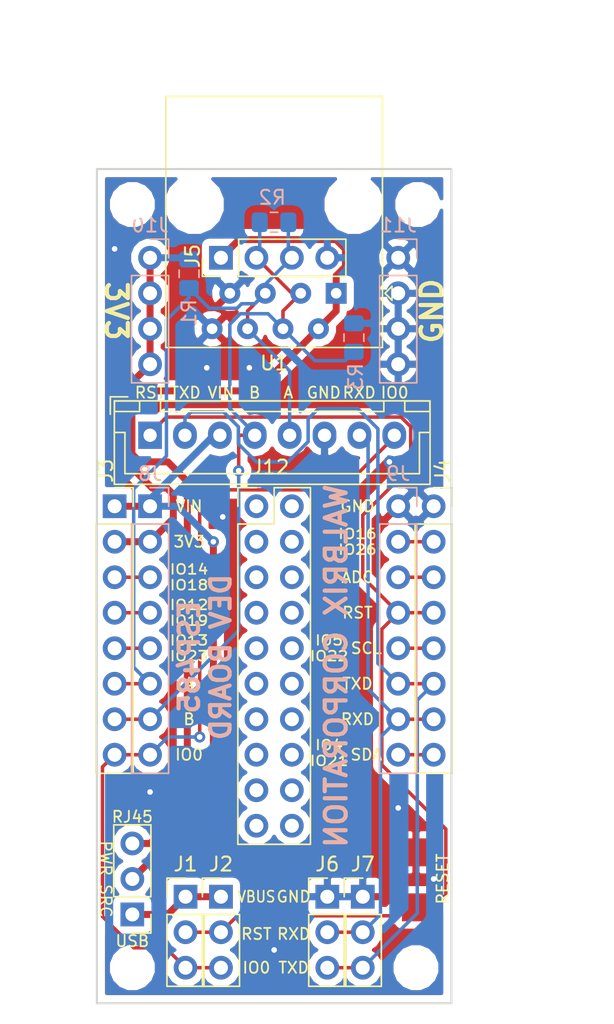
<source format=kicad_pcb>
(kicad_pcb (version 20171130) (host pcbnew 5.0.0)

  (general
    (thickness 1.6)
    (drawings 46)
    (tracks 177)
    (zones 0)
    (modules 23)
    (nets 19)
  )

  (page A4)
  (layers
    (0 F.Cu signal)
    (31 B.Cu signal)
    (32 B.Adhes user)
    (33 F.Adhes user)
    (34 B.Paste user)
    (35 F.Paste user)
    (36 B.SilkS user)
    (37 F.SilkS user)
    (38 B.Mask user)
    (39 F.Mask user)
    (40 Dwgs.User user)
    (41 Cmts.User user)
    (42 Eco1.User user)
    (43 Eco2.User user)
    (44 Edge.Cuts user)
    (45 Margin user)
    (46 B.CrtYd user)
    (47 F.CrtYd user)
    (48 B.Fab user)
    (49 F.Fab user)
  )

  (setup
    (last_trace_width 0.25)
    (trace_clearance 0.2)
    (zone_clearance 0.508)
    (zone_45_only no)
    (trace_min 0.2)
    (segment_width 0.2)
    (edge_width 0.15)
    (via_size 0.8)
    (via_drill 0.4)
    (via_min_size 0.8)
    (via_min_drill 0.3)
    (uvia_size 0.3)
    (uvia_drill 0.1)
    (uvias_allowed no)
    (uvia_min_size 0.2)
    (uvia_min_drill 0.1)
    (pcb_text_width 0.3)
    (pcb_text_size 1.5 1.5)
    (mod_edge_width 0.15)
    (mod_text_size 1 1)
    (mod_text_width 0.15)
    (pad_size 1.7 1.7)
    (pad_drill 1)
    (pad_to_mask_clearance 0.2)
    (aux_axis_origin 0 0)
    (visible_elements FFFFFF7F)
    (pcbplotparams
      (layerselection 0x010f0_ffffffff)
      (usegerberextensions true)
      (usegerberattributes false)
      (usegerberadvancedattributes false)
      (creategerberjobfile false)
      (excludeedgelayer true)
      (linewidth 0.100000)
      (plotframeref false)
      (viasonmask false)
      (mode 1)
      (useauxorigin false)
      (hpglpennumber 1)
      (hpglpenspeed 20)
      (hpglpendiameter 15.000000)
      (psnegative false)
      (psa4output false)
      (plotreference true)
      (plotvalue false)
      (plotinvisibletext false)
      (padsonsilk false)
      (subtractmaskfromsilk true)
      (outputformat 1)
      (mirror false)
      (drillshape 0)
      (scaleselection 1)
      (outputdirectory ""))
  )

  (net 0 "")
  (net 1 GND)
  (net 2 VCC)
  (net 3 +3V3)
  (net 4 /IO0)
  (net 5 /RST)
  (net 6 /VBUS)
  (net 7 /VIN)
  (net 8 /A)
  (net 9 /B)
  (net 10 /RXD)
  (net 11 /TXD)
  (net 12 /IO14)
  (net 13 /IO12)
  (net 14 /IO13)
  (net 15 /IO4)
  (net 16 /IO5)
  (net 17 /TOUT)
  (net 18 /IO16)

  (net_class Default "これは標準のネット クラスです。"
    (clearance 0.2)
    (trace_width 0.25)
    (via_dia 0.8)
    (via_drill 0.4)
    (uvia_dia 0.3)
    (uvia_drill 0.1)
    (add_net /A)
    (add_net /B)
    (add_net /IO0)
    (add_net /IO12)
    (add_net /IO13)
    (add_net /IO14)
    (add_net /IO16)
    (add_net /IO4)
    (add_net /IO5)
    (add_net /RST)
    (add_net /RXD)
    (add_net /TOUT)
    (add_net /TXD)
  )

  (net_class Power ""
    (clearance 0.2)
    (trace_width 0.5)
    (via_dia 0.8)
    (via_drill 0.4)
    (uvia_dia 0.3)
    (uvia_drill 0.1)
    (add_net +3V3)
    (add_net /VBUS)
    (add_net /VIN)
    (add_net GND)
    (add_net VCC)
  )

  (module MountingHole:MountingHole_2.2mm_M2 (layer F.Cu) (tedit 5C06A207) (tstamp 5C0A2F74)
    (at 149.86 132.08)
    (descr "Mounting Hole 2.2mm, no annular, M2")
    (tags "mounting hole 2.2mm no annular m2")
    (attr virtual)
    (fp_text reference REF** (at 0 3.81) (layer F.SilkS) hide
      (effects (font (size 1 1) (thickness 0.15)))
    )
    (fp_text value MountingHole_2.2mm_M2 (at 0 3.2) (layer F.Fab)
      (effects (font (size 1 1) (thickness 0.15)))
    )
    (fp_text user %R (at 0.3 0) (layer F.Fab)
      (effects (font (size 1 1) (thickness 0.15)))
    )
    (fp_circle (center 0 0) (end 2.2 0) (layer Cmts.User) (width 0.15))
    (fp_circle (center 0 0) (end 2.45 0) (layer F.CrtYd) (width 0.05))
    (pad 1 np_thru_hole circle (at 0 0) (size 2.2 2.2) (drill 2.2) (layers *.Cu *.Mask))
  )

  (module MountingHole:MountingHole_2.2mm_M2 (layer F.Cu) (tedit 5C06A20D) (tstamp 5C0A2DF8)
    (at 129.54 132.08)
    (descr "Mounting Hole 2.2mm, no annular, M2")
    (tags "mounting hole 2.2mm no annular m2")
    (attr virtual)
    (fp_text reference REF** (at 0 3.81) (layer F.SilkS) hide
      (effects (font (size 1 1) (thickness 0.15)))
    )
    (fp_text value MountingHole_2.2mm_M2 (at 0 3.2) (layer F.Fab)
      (effects (font (size 1 1) (thickness 0.15)))
    )
    (fp_circle (center 0 0) (end 2.45 0) (layer F.CrtYd) (width 0.05))
    (fp_circle (center 0 0) (end 2.2 0) (layer Cmts.User) (width 0.15))
    (fp_text user %R (at 0.3 0) (layer F.Fab)
      (effects (font (size 1 1) (thickness 0.15)))
    )
    (pad 1 np_thru_hole circle (at 0 0) (size 2.2 2.2) (drill 2.2) (layers *.Cu *.Mask))
  )

  (module MountingHole:MountingHole_2.2mm_M2 (layer F.Cu) (tedit 5C06A202) (tstamp 5C0A2C7E)
    (at 129.54 77.47)
    (descr "Mounting Hole 2.2mm, no annular, M2")
    (tags "mounting hole 2.2mm no annular m2")
    (attr virtual)
    (fp_text reference REF** (at 0 -3.2) (layer F.SilkS) hide
      (effects (font (size 1 1) (thickness 0.15)))
    )
    (fp_text value MountingHole_2.2mm_M2 (at 0 3.2) (layer F.Fab)
      (effects (font (size 1 1) (thickness 0.15)))
    )
    (fp_text user %R (at 0.3 0) (layer F.Fab)
      (effects (font (size 1 1) (thickness 0.15)))
    )
    (fp_circle (center 0 0) (end 2.2 0) (layer Cmts.User) (width 0.15))
    (fp_circle (center 0 0) (end 2.45 0) (layer F.CrtYd) (width 0.05))
    (pad 1 np_thru_hole circle (at 0 0) (size 2.2 2.2) (drill 2.2) (layers *.Cu *.Mask))
  )

  (module Connector_PinSocket_2.54mm:PinSocket_1x08_P2.54mm_Vertical (layer F.Cu) (tedit 5A19A420) (tstamp 5BAD7D79)
    (at 128.27 99.06)
    (descr "Through hole straight socket strip, 1x08, 2.54mm pitch, single row (from Kicad 4.0.7), script generated")
    (tags "Through hole socket strip THT 1x08 2.54mm single row")
    (path /5B966F09)
    (fp_text reference J3 (at -0.635 -2.54 90) (layer F.SilkS)
      (effects (font (size 1 1) (thickness 0.15)))
    )
    (fp_text value Conn_01x08 (at 0 20.55) (layer F.Fab)
      (effects (font (size 1 1) (thickness 0.15)))
    )
    (fp_line (start -1.27 -1.27) (end 0.635 -1.27) (layer F.Fab) (width 0.1))
    (fp_line (start 0.635 -1.27) (end 1.27 -0.635) (layer F.Fab) (width 0.1))
    (fp_line (start 1.27 -0.635) (end 1.27 19.05) (layer F.Fab) (width 0.1))
    (fp_line (start 1.27 19.05) (end -1.27 19.05) (layer F.Fab) (width 0.1))
    (fp_line (start -1.27 19.05) (end -1.27 -1.27) (layer F.Fab) (width 0.1))
    (fp_line (start -1.33 1.27) (end 1.33 1.27) (layer F.SilkS) (width 0.12))
    (fp_line (start -1.33 1.27) (end -1.33 19.11) (layer F.SilkS) (width 0.12))
    (fp_line (start -1.33 19.11) (end 1.33 19.11) (layer F.SilkS) (width 0.12))
    (fp_line (start 1.33 1.27) (end 1.33 19.11) (layer F.SilkS) (width 0.12))
    (fp_line (start 1.33 -1.33) (end 1.33 0) (layer F.SilkS) (width 0.12))
    (fp_line (start 0 -1.33) (end 1.33 -1.33) (layer F.SilkS) (width 0.12))
    (fp_line (start -1.8 -1.8) (end 1.75 -1.8) (layer F.CrtYd) (width 0.05))
    (fp_line (start 1.75 -1.8) (end 1.75 19.55) (layer F.CrtYd) (width 0.05))
    (fp_line (start 1.75 19.55) (end -1.8 19.55) (layer F.CrtYd) (width 0.05))
    (fp_line (start -1.8 19.55) (end -1.8 -1.8) (layer F.CrtYd) (width 0.05))
    (fp_text user %R (at 0 8.89 90) (layer F.Fab)
      (effects (font (size 1 1) (thickness 0.15)))
    )
    (pad 1 thru_hole rect (at 0 0) (size 1.7 1.7) (drill 1) (layers *.Cu *.Mask)
      (net 7 /VIN))
    (pad 2 thru_hole oval (at 0 2.54) (size 1.7 1.7) (drill 1) (layers *.Cu *.Mask)
      (net 3 +3V3))
    (pad 3 thru_hole oval (at 0 5.08) (size 1.7 1.7) (drill 1) (layers *.Cu *.Mask)
      (net 12 /IO14))
    (pad 4 thru_hole oval (at 0 7.62) (size 1.7 1.7) (drill 1) (layers *.Cu *.Mask)
      (net 13 /IO12))
    (pad 5 thru_hole oval (at 0 10.16) (size 1.7 1.7) (drill 1) (layers *.Cu *.Mask)
      (net 14 /IO13))
    (pad 6 thru_hole oval (at 0 12.7) (size 1.7 1.7) (drill 1) (layers *.Cu *.Mask)
      (net 8 /A))
    (pad 7 thru_hole oval (at 0 15.24) (size 1.7 1.7) (drill 1) (layers *.Cu *.Mask)
      (net 9 /B))
    (pad 8 thru_hole oval (at 0 17.78) (size 1.7 1.7) (drill 1) (layers *.Cu *.Mask)
      (net 4 /IO0))
    (model ${KISYS3DMOD}/Connector_PinSocket_2.54mm.3dshapes/PinSocket_1x08_P2.54mm_Vertical.wrl
      (at (xyz 0 0 0))
      (scale (xyz 1 1 1))
      (rotate (xyz 0 0 0))
    )
  )

  (module Connector_PinSocket_2.54mm:PinSocket_1x08_P2.54mm_Vertical (layer F.Cu) (tedit 5BA8A1A9) (tstamp 5BAD7D94)
    (at 151.13 99.06)
    (descr "Through hole straight socket strip, 1x08, 2.54mm pitch, single row (from Kicad 4.0.7), script generated")
    (tags "Through hole socket strip THT 1x08 2.54mm single row")
    (path /5B966F4A)
    (fp_text reference J4 (at 0.635 -2.54 -90) (layer F.SilkS)
      (effects (font (size 1 1) (thickness 0.15)))
    )
    (fp_text value Conn_01x08 (at 0 20.55) (layer F.Fab)
      (effects (font (size 1 1) (thickness 0.15)))
    )
    (fp_text user %R (at 0 8.89 90) (layer F.Fab)
      (effects (font (size 1 1) (thickness 0.15)))
    )
    (fp_line (start -1.8 19.55) (end -1.8 -1.8) (layer F.CrtYd) (width 0.05))
    (fp_line (start 1.75 19.55) (end -1.8 19.55) (layer F.CrtYd) (width 0.05))
    (fp_line (start 1.75 -1.8) (end 1.75 19.55) (layer F.CrtYd) (width 0.05))
    (fp_line (start -1.8 -1.8) (end 1.75 -1.8) (layer F.CrtYd) (width 0.05))
    (fp_line (start 0 -1.33) (end 1.33 -1.33) (layer F.SilkS) (width 0.12))
    (fp_line (start 1.33 -1.33) (end 1.33 0) (layer F.SilkS) (width 0.12))
    (fp_line (start 1.33 1.27) (end 1.33 19.11) (layer F.SilkS) (width 0.12))
    (fp_line (start -1.33 19.11) (end 1.33 19.11) (layer F.SilkS) (width 0.12))
    (fp_line (start -1.33 1.27) (end -1.33 19.11) (layer F.SilkS) (width 0.12))
    (fp_line (start -1.33 1.27) (end 1.33 1.27) (layer F.SilkS) (width 0.12))
    (fp_line (start -1.27 19.05) (end -1.27 -1.27) (layer F.Fab) (width 0.1))
    (fp_line (start 1.27 19.05) (end -1.27 19.05) (layer F.Fab) (width 0.1))
    (fp_line (start 1.27 -0.635) (end 1.27 19.05) (layer F.Fab) (width 0.1))
    (fp_line (start 0.635 -1.27) (end 1.27 -0.635) (layer F.Fab) (width 0.1))
    (fp_line (start -1.27 -1.27) (end 0.635 -1.27) (layer F.Fab) (width 0.1))
    (pad 8 thru_hole oval (at 0 17.78) (size 1.7 1.7) (drill 1) (layers *.Cu *.Mask)
      (net 15 /IO4))
    (pad 7 thru_hole oval (at 0 15.24) (size 1.7 1.7) (drill 1) (layers *.Cu *.Mask)
      (net 10 /RXD))
    (pad 6 thru_hole oval (at 0 12.7) (size 1.7 1.7) (drill 1) (layers *.Cu *.Mask)
      (net 11 /TXD))
    (pad 5 thru_hole oval (at 0 10.16) (size 1.7 1.7) (drill 1) (layers *.Cu *.Mask)
      (net 16 /IO5))
    (pad 4 thru_hole oval (at 0 7.62) (size 1.7 1.7) (drill 1) (layers *.Cu *.Mask)
      (net 5 /RST))
    (pad 3 thru_hole oval (at 0 5.08) (size 1.7 1.7) (drill 1) (layers *.Cu *.Mask)
      (net 17 /TOUT))
    (pad 2 thru_hole oval (at 0 2.54) (size 1.7 1.7) (drill 1) (layers *.Cu *.Mask)
      (net 18 /IO16))
    (pad 1 thru_hole circle (at 0 0) (size 1.7 1.7) (drill 1) (layers *.Cu *.Mask)
      (net 1 GND))
    (model ${KISYS3DMOD}/Connector_PinSocket_2.54mm.3dshapes/PinSocket_1x08_P2.54mm_Vertical.wrl
      (at (xyz 0 0 0))
      (scale (xyz 1 1 1))
      (rotate (xyz 0 0 0))
    )
  )

  (module Connector_PinHeader_2.54mm:PinHeader_1x04_P2.54mm_Vertical (layer F.Cu) (tedit 59FED5CC) (tstamp 5BB66137)
    (at 135.89 81.28 90)
    (descr "Through hole straight pin header, 1x04, 2.54mm pitch, single row")
    (tags "Through hole pin header THT 1x04 2.54mm single row")
    (path /5BD67C7F)
    (fp_text reference J5 (at 0.127 -2.032 90) (layer F.SilkS)
      (effects (font (size 1 1) (thickness 0.15)))
    )
    (fp_text value Conn_01x04 (at 0 9.95 90) (layer F.Fab)
      (effects (font (size 1 1) (thickness 0.15)))
    )
    (fp_line (start -0.635 -1.27) (end 1.27 -1.27) (layer F.Fab) (width 0.1))
    (fp_line (start 1.27 -1.27) (end 1.27 8.89) (layer F.Fab) (width 0.1))
    (fp_line (start 1.27 8.89) (end -1.27 8.89) (layer F.Fab) (width 0.1))
    (fp_line (start -1.27 8.89) (end -1.27 -0.635) (layer F.Fab) (width 0.1))
    (fp_line (start -1.27 -0.635) (end -0.635 -1.27) (layer F.Fab) (width 0.1))
    (fp_line (start -1.33 8.95) (end 1.33 8.95) (layer F.SilkS) (width 0.12))
    (fp_line (start -1.33 1.27) (end -1.33 8.95) (layer F.SilkS) (width 0.12))
    (fp_line (start 1.33 1.27) (end 1.33 8.95) (layer F.SilkS) (width 0.12))
    (fp_line (start -1.33 1.27) (end 1.33 1.27) (layer F.SilkS) (width 0.12))
    (fp_line (start -1.33 0) (end -1.33 -1.33) (layer F.SilkS) (width 0.12))
    (fp_line (start -1.33 -1.33) (end 0 -1.33) (layer F.SilkS) (width 0.12))
    (fp_line (start -1.8 -1.8) (end -1.8 9.4) (layer F.CrtYd) (width 0.05))
    (fp_line (start -1.8 9.4) (end 1.8 9.4) (layer F.CrtYd) (width 0.05))
    (fp_line (start 1.8 9.4) (end 1.8 -1.8) (layer F.CrtYd) (width 0.05))
    (fp_line (start 1.8 -1.8) (end -1.8 -1.8) (layer F.CrtYd) (width 0.05))
    (fp_text user %R (at 0 3.81 180) (layer F.Fab)
      (effects (font (size 1 1) (thickness 0.15)))
    )
    (pad 1 thru_hole rect (at 0 0 90) (size 1.7 1.7) (drill 1) (layers *.Cu *.Mask)
      (net 2 VCC))
    (pad 2 thru_hole oval (at 0 2.54 90) (size 1.7 1.7) (drill 1) (layers *.Cu *.Mask)
      (net 9 /B))
    (pad 3 thru_hole oval (at 0 5.08 90) (size 1.7 1.7) (drill 1) (layers *.Cu *.Mask)
      (net 8 /A))
    (pad 4 thru_hole oval (at 0 7.62 90) (size 1.7 1.7) (drill 1) (layers *.Cu *.Mask)
      (net 1 GND))
    (model ${KISYS3DMOD}/Connector_PinHeader_2.54mm.3dshapes/PinHeader_1x04_P2.54mm_Vertical.wrl
      (at (xyz 0 0 0))
      (scale (xyz 1 1 1))
      (rotate (xyz 0 0 0))
    )
  )

  (module Connector_RJ:RJ45_Amphenol_54602-x08_Horizontal (layer F.Cu) (tedit 5B103613) (tstamp 5C1EDEF3)
    (at 144.145 83.82 180)
    (descr "8 Pol Shallow Latch Connector, Modjack, RJ45 (https://cdn.amphenol-icc.com/media/wysiwyg/files/drawing/c-bmj-0102.pdf)")
    (tags RJ45)
    (path /5BD254A4)
    (fp_text reference U1 (at 4.445 -5 180) (layer F.SilkS)
      (effects (font (size 1 1) (thickness 0.15)))
    )
    (fp_text value RJ45 (at 4.445 4 180) (layer F.Fab)
      (effects (font (size 1 1) (thickness 0.15)))
    )
    (fp_text user %R (at 4.445 2 180) (layer F.Fab)
      (effects (font (size 1 1) (thickness 0.15)))
    )
    (fp_line (start -4 0.5) (end -3.5 0) (layer F.SilkS) (width 0.12))
    (fp_line (start -4 -0.5) (end -4 0.5) (layer F.SilkS) (width 0.12))
    (fp_line (start -3.5 0) (end -4 -0.5) (layer F.SilkS) (width 0.12))
    (fp_line (start -3.205 13.97) (end -3.205 -2.77) (layer F.Fab) (width 0.12))
    (fp_line (start 12.095 13.97) (end -3.205 13.97) (layer F.Fab) (width 0.12))
    (fp_line (start 12.095 -3.77) (end 12.095 13.97) (layer F.Fab) (width 0.12))
    (fp_line (start -2.205 -3.77) (end 12.095 -3.77) (layer F.Fab) (width 0.12))
    (fp_line (start -3.205 -2.77) (end -2.205 -3.77) (layer F.Fab) (width 0.12))
    (fp_line (start -3.315 14.08) (end 12.205 14.08) (layer F.SilkS) (width 0.12))
    (fp_line (start 12.205 -3.88) (end 12.205 14.08) (layer F.SilkS) (width 0.12))
    (fp_line (start 12.205 -3.88) (end -3.315 -3.88) (layer F.SilkS) (width 0.12))
    (fp_line (start -3.315 -3.88) (end -3.315 14.08) (layer F.SilkS) (width 0.12))
    (fp_line (start -3.71 -4.27) (end 12.6 -4.27) (layer F.CrtYd) (width 0.05))
    (fp_line (start -3.71 -4.27) (end -3.71 14.47) (layer F.CrtYd) (width 0.05))
    (fp_line (start 12.6 14.47) (end 12.6 -4.27) (layer F.CrtYd) (width 0.05))
    (fp_line (start 12.6 14.47) (end -3.71 14.47) (layer F.CrtYd) (width 0.05))
    (pad "" np_thru_hole circle (at 10.16 6.35 180) (size 3.2 3.2) (drill 3.2) (layers *.Cu *.Mask))
    (pad "" np_thru_hole circle (at -1.27 6.35 180) (size 3.2 3.2) (drill 3.2) (layers *.Cu *.Mask))
    (pad 1 thru_hole rect (at 0 0 180) (size 1.5 1.5) (drill 0.76) (layers *.Cu *.Mask)
      (net 2 VCC))
    (pad 2 thru_hole circle (at 1.27 -2.54 180) (size 1.5 1.5) (drill 0.76) (layers *.Cu *.Mask)
      (net 2 VCC))
    (pad 3 thru_hole circle (at 2.54 0 180) (size 1.5 1.5) (drill 0.76) (layers *.Cu *.Mask)
      (net 9 /B))
    (pad 4 thru_hole circle (at 3.81 -2.54 180) (size 1.5 1.5) (drill 0.76) (layers *.Cu *.Mask)
      (net 9 /B))
    (pad 5 thru_hole circle (at 5.08 0 180) (size 1.5 1.5) (drill 0.76) (layers *.Cu *.Mask)
      (net 8 /A))
    (pad 6 thru_hole circle (at 6.35 -2.54 180) (size 1.5 1.5) (drill 0.76) (layers *.Cu *.Mask)
      (net 8 /A))
    (pad 7 thru_hole circle (at 7.62 0 180) (size 1.5 1.5) (drill 0.76) (layers *.Cu *.Mask)
      (net 1 GND))
    (pad 8 thru_hole circle (at 8.89 -2.54 180) (size 1.5 1.5) (drill 0.76) (layers *.Cu *.Mask)
      (net 1 GND))
    (model ${KISYS3DMOD}/Connector_RJ.3dshapes/RJ45_Amphenol_54602-x08_Horizontal.wrl
      (at (xyz 0 0 0))
      (scale (xyz 1 1 1))
      (rotate (xyz 0 0 0))
    )
  )

  (module Connector_PinHeader_2.54mm:PinHeader_1x03_P2.54mm_Vertical (layer F.Cu) (tedit 5C0688A0) (tstamp 5C0B15D2)
    (at 129.54 128.27 180)
    (descr "Through hole straight pin header, 1x03, 2.54mm pitch, single row")
    (tags "Through hole pin header THT 1x03 2.54mm single row")
    (path /5C068BFD)
    (fp_text reference SW1 (at 1.651 2.54 90) (layer F.SilkS) hide
      (effects (font (size 1 1) (thickness 0.15)))
    )
    (fp_text value SW_SPDT (at 0 7.41 180) (layer F.Fab)
      (effects (font (size 1 1) (thickness 0.15)))
    )
    (fp_line (start -0.635 -1.27) (end 1.27 -1.27) (layer F.Fab) (width 0.1))
    (fp_line (start 1.27 -1.27) (end 1.27 6.35) (layer F.Fab) (width 0.1))
    (fp_line (start 1.27 6.35) (end -1.27 6.35) (layer F.Fab) (width 0.1))
    (fp_line (start -1.27 6.35) (end -1.27 -0.635) (layer F.Fab) (width 0.1))
    (fp_line (start -1.27 -0.635) (end -0.635 -1.27) (layer F.Fab) (width 0.1))
    (fp_line (start -1.33 6.41) (end 1.33 6.41) (layer F.SilkS) (width 0.12))
    (fp_line (start -1.33 1.27) (end -1.33 6.41) (layer F.SilkS) (width 0.12))
    (fp_line (start 1.33 1.27) (end 1.33 6.41) (layer F.SilkS) (width 0.12))
    (fp_line (start -1.33 1.27) (end 1.33 1.27) (layer F.SilkS) (width 0.12))
    (fp_line (start -1.33 0) (end -1.33 -1.33) (layer F.SilkS) (width 0.12))
    (fp_line (start -1.33 -1.33) (end 0 -1.33) (layer F.SilkS) (width 0.12))
    (fp_line (start -1.8 -1.8) (end -1.8 6.85) (layer F.CrtYd) (width 0.05))
    (fp_line (start -1.8 6.85) (end 1.8 6.85) (layer F.CrtYd) (width 0.05))
    (fp_line (start 1.8 6.85) (end 1.8 -1.8) (layer F.CrtYd) (width 0.05))
    (fp_line (start 1.8 -1.8) (end -1.8 -1.8) (layer F.CrtYd) (width 0.05))
    (fp_text user %R (at 0 2.54 270) (layer F.Fab)
      (effects (font (size 1 1) (thickness 0.15)))
    )
    (pad 1 thru_hole rect (at 0 0 180) (size 1.7 1.7) (drill 1) (layers *.Cu *.Mask)
      (net 6 /VBUS))
    (pad 2 thru_hole oval (at 0 2.54 180) (size 1.7 1.7) (drill 1) (layers *.Cu *.Mask)
      (net 7 /VIN))
    (pad 3 thru_hole oval (at 0 5.08 180) (size 1.7 1.7) (drill 1) (layers *.Cu *.Mask)
      (net 2 VCC))
    (model ${KISYS3DMOD}/Connector_PinHeader_2.54mm.3dshapes/PinHeader_1x03_P2.54mm_Vertical.wrl
      (at (xyz 0 0 0))
      (scale (xyz 1 1 1))
      (rotate (xyz 0 0 0))
    )
  )

  (module Connector_PinHeader_2.54mm:PinHeader_1x03_P2.54mm_Vertical (layer F.Cu) (tedit 59FED5CC) (tstamp 5C08F164)
    (at 133.35 127)
    (descr "Through hole straight pin header, 1x03, 2.54mm pitch, single row")
    (tags "Through hole pin header THT 1x03 2.54mm single row")
    (path /5C07A654)
    (fp_text reference J1 (at 0 -2.33) (layer F.SilkS)
      (effects (font (size 1 1) (thickness 0.15)))
    )
    (fp_text value Conn_01x03 (at 0 7.41) (layer F.Fab)
      (effects (font (size 1 1) (thickness 0.15)))
    )
    (fp_text user %R (at 0 2.54 90) (layer F.Fab)
      (effects (font (size 1 1) (thickness 0.15)))
    )
    (fp_line (start 1.8 -1.8) (end -1.8 -1.8) (layer F.CrtYd) (width 0.05))
    (fp_line (start 1.8 6.85) (end 1.8 -1.8) (layer F.CrtYd) (width 0.05))
    (fp_line (start -1.8 6.85) (end 1.8 6.85) (layer F.CrtYd) (width 0.05))
    (fp_line (start -1.8 -1.8) (end -1.8 6.85) (layer F.CrtYd) (width 0.05))
    (fp_line (start -1.33 -1.33) (end 0 -1.33) (layer F.SilkS) (width 0.12))
    (fp_line (start -1.33 0) (end -1.33 -1.33) (layer F.SilkS) (width 0.12))
    (fp_line (start -1.33 1.27) (end 1.33 1.27) (layer F.SilkS) (width 0.12))
    (fp_line (start 1.33 1.27) (end 1.33 6.41) (layer F.SilkS) (width 0.12))
    (fp_line (start -1.33 1.27) (end -1.33 6.41) (layer F.SilkS) (width 0.12))
    (fp_line (start -1.33 6.41) (end 1.33 6.41) (layer F.SilkS) (width 0.12))
    (fp_line (start -1.27 -0.635) (end -0.635 -1.27) (layer F.Fab) (width 0.1))
    (fp_line (start -1.27 6.35) (end -1.27 -0.635) (layer F.Fab) (width 0.1))
    (fp_line (start 1.27 6.35) (end -1.27 6.35) (layer F.Fab) (width 0.1))
    (fp_line (start 1.27 -1.27) (end 1.27 6.35) (layer F.Fab) (width 0.1))
    (fp_line (start -0.635 -1.27) (end 1.27 -1.27) (layer F.Fab) (width 0.1))
    (pad 3 thru_hole oval (at 0 5.08) (size 1.7 1.7) (drill 1) (layers *.Cu *.Mask)
      (net 4 /IO0))
    (pad 2 thru_hole oval (at 0 2.54) (size 1.7 1.7) (drill 1) (layers *.Cu *.Mask)
      (net 5 /RST))
    (pad 1 thru_hole rect (at 0 0) (size 1.7 1.7) (drill 1) (layers *.Cu *.Mask)
      (net 6 /VBUS))
    (model ${KISYS3DMOD}/Connector_PinHeader_2.54mm.3dshapes/PinHeader_1x03_P2.54mm_Vertical.wrl
      (at (xyz 0 0 0))
      (scale (xyz 1 1 1))
      (rotate (xyz 0 0 0))
    )
  )

  (module Connector_PinHeader_2.54mm:PinHeader_1x03_P2.54mm_Vertical (layer F.Cu) (tedit 59FED5CC) (tstamp 5C08F17A)
    (at 135.89 127)
    (descr "Through hole straight pin header, 1x03, 2.54mm pitch, single row")
    (tags "Through hole pin header THT 1x03 2.54mm single row")
    (path /5C07D750)
    (fp_text reference J2 (at 0 -2.33) (layer F.SilkS)
      (effects (font (size 1 1) (thickness 0.15)))
    )
    (fp_text value Conn_01x03 (at 0 7.41) (layer F.Fab)
      (effects (font (size 1 1) (thickness 0.15)))
    )
    (fp_text user %R (at 0 2.54 90) (layer F.Fab)
      (effects (font (size 1 1) (thickness 0.15)))
    )
    (fp_line (start 1.8 -1.8) (end -1.8 -1.8) (layer F.CrtYd) (width 0.05))
    (fp_line (start 1.8 6.85) (end 1.8 -1.8) (layer F.CrtYd) (width 0.05))
    (fp_line (start -1.8 6.85) (end 1.8 6.85) (layer F.CrtYd) (width 0.05))
    (fp_line (start -1.8 -1.8) (end -1.8 6.85) (layer F.CrtYd) (width 0.05))
    (fp_line (start -1.33 -1.33) (end 0 -1.33) (layer F.SilkS) (width 0.12))
    (fp_line (start -1.33 0) (end -1.33 -1.33) (layer F.SilkS) (width 0.12))
    (fp_line (start -1.33 1.27) (end 1.33 1.27) (layer F.SilkS) (width 0.12))
    (fp_line (start 1.33 1.27) (end 1.33 6.41) (layer F.SilkS) (width 0.12))
    (fp_line (start -1.33 1.27) (end -1.33 6.41) (layer F.SilkS) (width 0.12))
    (fp_line (start -1.33 6.41) (end 1.33 6.41) (layer F.SilkS) (width 0.12))
    (fp_line (start -1.27 -0.635) (end -0.635 -1.27) (layer F.Fab) (width 0.1))
    (fp_line (start -1.27 6.35) (end -1.27 -0.635) (layer F.Fab) (width 0.1))
    (fp_line (start 1.27 6.35) (end -1.27 6.35) (layer F.Fab) (width 0.1))
    (fp_line (start 1.27 -1.27) (end 1.27 6.35) (layer F.Fab) (width 0.1))
    (fp_line (start -0.635 -1.27) (end 1.27 -1.27) (layer F.Fab) (width 0.1))
    (pad 3 thru_hole oval (at 0 5.08) (size 1.7 1.7) (drill 1) (layers *.Cu *.Mask)
      (net 4 /IO0))
    (pad 2 thru_hole oval (at 0 2.54) (size 1.7 1.7) (drill 1) (layers *.Cu *.Mask)
      (net 5 /RST))
    (pad 1 thru_hole rect (at 0 0) (size 1.7 1.7) (drill 1) (layers *.Cu *.Mask)
      (net 6 /VBUS))
    (model ${KISYS3DMOD}/Connector_PinHeader_2.54mm.3dshapes/PinHeader_1x03_P2.54mm_Vertical.wrl
      (at (xyz 0 0 0))
      (scale (xyz 1 1 1))
      (rotate (xyz 0 0 0))
    )
  )

  (module Connector_PinHeader_2.54mm:PinHeader_1x03_P2.54mm_Vertical (layer F.Cu) (tedit 59FED5CC) (tstamp 5C08F190)
    (at 143.51 127)
    (descr "Through hole straight pin header, 1x03, 2.54mm pitch, single row")
    (tags "Through hole pin header THT 1x03 2.54mm single row")
    (path /5C07A4E7)
    (fp_text reference J6 (at 0 -2.33) (layer F.SilkS)
      (effects (font (size 1 1) (thickness 0.15)))
    )
    (fp_text value Conn_01x03 (at 0 7.41) (layer F.Fab)
      (effects (font (size 1 1) (thickness 0.15)))
    )
    (fp_line (start -0.635 -1.27) (end 1.27 -1.27) (layer F.Fab) (width 0.1))
    (fp_line (start 1.27 -1.27) (end 1.27 6.35) (layer F.Fab) (width 0.1))
    (fp_line (start 1.27 6.35) (end -1.27 6.35) (layer F.Fab) (width 0.1))
    (fp_line (start -1.27 6.35) (end -1.27 -0.635) (layer F.Fab) (width 0.1))
    (fp_line (start -1.27 -0.635) (end -0.635 -1.27) (layer F.Fab) (width 0.1))
    (fp_line (start -1.33 6.41) (end 1.33 6.41) (layer F.SilkS) (width 0.12))
    (fp_line (start -1.33 1.27) (end -1.33 6.41) (layer F.SilkS) (width 0.12))
    (fp_line (start 1.33 1.27) (end 1.33 6.41) (layer F.SilkS) (width 0.12))
    (fp_line (start -1.33 1.27) (end 1.33 1.27) (layer F.SilkS) (width 0.12))
    (fp_line (start -1.33 0) (end -1.33 -1.33) (layer F.SilkS) (width 0.12))
    (fp_line (start -1.33 -1.33) (end 0 -1.33) (layer F.SilkS) (width 0.12))
    (fp_line (start -1.8 -1.8) (end -1.8 6.85) (layer F.CrtYd) (width 0.05))
    (fp_line (start -1.8 6.85) (end 1.8 6.85) (layer F.CrtYd) (width 0.05))
    (fp_line (start 1.8 6.85) (end 1.8 -1.8) (layer F.CrtYd) (width 0.05))
    (fp_line (start 1.8 -1.8) (end -1.8 -1.8) (layer F.CrtYd) (width 0.05))
    (fp_text user %R (at 0 2.54 90) (layer F.Fab)
      (effects (font (size 1 1) (thickness 0.15)))
    )
    (pad 1 thru_hole rect (at 0 0) (size 1.7 1.7) (drill 1) (layers *.Cu *.Mask)
      (net 1 GND))
    (pad 2 thru_hole oval (at 0 2.54) (size 1.7 1.7) (drill 1) (layers *.Cu *.Mask)
      (net 10 /RXD))
    (pad 3 thru_hole oval (at 0 5.08) (size 1.7 1.7) (drill 1) (layers *.Cu *.Mask)
      (net 11 /TXD))
    (model ${KISYS3DMOD}/Connector_PinHeader_2.54mm.3dshapes/PinHeader_1x03_P2.54mm_Vertical.wrl
      (at (xyz 0 0 0))
      (scale (xyz 1 1 1))
      (rotate (xyz 0 0 0))
    )
  )

  (module Connector_PinHeader_2.54mm:PinHeader_1x03_P2.54mm_Vertical (layer F.Cu) (tedit 59FED5CC) (tstamp 5C08F1A6)
    (at 146.05 127)
    (descr "Through hole straight pin header, 1x03, 2.54mm pitch, single row")
    (tags "Through hole pin header THT 1x03 2.54mm single row")
    (path /5C07D74A)
    (fp_text reference J7 (at 0 -2.33) (layer F.SilkS)
      (effects (font (size 1 1) (thickness 0.15)))
    )
    (fp_text value Conn_01x03 (at 0 7.41) (layer F.Fab)
      (effects (font (size 1 1) (thickness 0.15)))
    )
    (fp_line (start -0.635 -1.27) (end 1.27 -1.27) (layer F.Fab) (width 0.1))
    (fp_line (start 1.27 -1.27) (end 1.27 6.35) (layer F.Fab) (width 0.1))
    (fp_line (start 1.27 6.35) (end -1.27 6.35) (layer F.Fab) (width 0.1))
    (fp_line (start -1.27 6.35) (end -1.27 -0.635) (layer F.Fab) (width 0.1))
    (fp_line (start -1.27 -0.635) (end -0.635 -1.27) (layer F.Fab) (width 0.1))
    (fp_line (start -1.33 6.41) (end 1.33 6.41) (layer F.SilkS) (width 0.12))
    (fp_line (start -1.33 1.27) (end -1.33 6.41) (layer F.SilkS) (width 0.12))
    (fp_line (start 1.33 1.27) (end 1.33 6.41) (layer F.SilkS) (width 0.12))
    (fp_line (start -1.33 1.27) (end 1.33 1.27) (layer F.SilkS) (width 0.12))
    (fp_line (start -1.33 0) (end -1.33 -1.33) (layer F.SilkS) (width 0.12))
    (fp_line (start -1.33 -1.33) (end 0 -1.33) (layer F.SilkS) (width 0.12))
    (fp_line (start -1.8 -1.8) (end -1.8 6.85) (layer F.CrtYd) (width 0.05))
    (fp_line (start -1.8 6.85) (end 1.8 6.85) (layer F.CrtYd) (width 0.05))
    (fp_line (start 1.8 6.85) (end 1.8 -1.8) (layer F.CrtYd) (width 0.05))
    (fp_line (start 1.8 -1.8) (end -1.8 -1.8) (layer F.CrtYd) (width 0.05))
    (fp_text user %R (at 0 2.54 90) (layer F.Fab)
      (effects (font (size 1 1) (thickness 0.15)))
    )
    (pad 1 thru_hole rect (at 0 0) (size 1.7 1.7) (drill 1) (layers *.Cu *.Mask)
      (net 1 GND))
    (pad 2 thru_hole oval (at 0 2.54) (size 1.7 1.7) (drill 1) (layers *.Cu *.Mask)
      (net 10 /RXD))
    (pad 3 thru_hole oval (at 0 5.08) (size 1.7 1.7) (drill 1) (layers *.Cu *.Mask)
      (net 11 /TXD))
    (model ${KISYS3DMOD}/Connector_PinHeader_2.54mm.3dshapes/PinHeader_1x03_P2.54mm_Vertical.wrl
      (at (xyz 0 0 0))
      (scale (xyz 1 1 1))
      (rotate (xyz 0 0 0))
    )
  )

  (module Connector_PinHeader_2.54mm:PinHeader_1x08_P2.54mm_Vertical (layer B.Cu) (tedit 59FED5CC) (tstamp 5C0B2D53)
    (at 130.81 99.06 180)
    (descr "Through hole straight pin header, 1x08, 2.54mm pitch, single row")
    (tags "Through hole pin header THT 1x08 2.54mm single row")
    (path /5C073D02)
    (fp_text reference J8 (at 0 2.33 180) (layer B.SilkS)
      (effects (font (size 1 1) (thickness 0.15)) (justify mirror))
    )
    (fp_text value Conn_01x08 (at 0 -20.11 180) (layer B.Fab)
      (effects (font (size 1 1) (thickness 0.15)) (justify mirror))
    )
    (fp_line (start -0.635 1.27) (end 1.27 1.27) (layer B.Fab) (width 0.1))
    (fp_line (start 1.27 1.27) (end 1.27 -19.05) (layer B.Fab) (width 0.1))
    (fp_line (start 1.27 -19.05) (end -1.27 -19.05) (layer B.Fab) (width 0.1))
    (fp_line (start -1.27 -19.05) (end -1.27 0.635) (layer B.Fab) (width 0.1))
    (fp_line (start -1.27 0.635) (end -0.635 1.27) (layer B.Fab) (width 0.1))
    (fp_line (start -1.33 -19.11) (end 1.33 -19.11) (layer B.SilkS) (width 0.12))
    (fp_line (start -1.33 -1.27) (end -1.33 -19.11) (layer B.SilkS) (width 0.12))
    (fp_line (start 1.33 -1.27) (end 1.33 -19.11) (layer B.SilkS) (width 0.12))
    (fp_line (start -1.33 -1.27) (end 1.33 -1.27) (layer B.SilkS) (width 0.12))
    (fp_line (start -1.33 0) (end -1.33 1.33) (layer B.SilkS) (width 0.12))
    (fp_line (start -1.33 1.33) (end 0 1.33) (layer B.SilkS) (width 0.12))
    (fp_line (start -1.8 1.8) (end -1.8 -19.55) (layer B.CrtYd) (width 0.05))
    (fp_line (start -1.8 -19.55) (end 1.8 -19.55) (layer B.CrtYd) (width 0.05))
    (fp_line (start 1.8 -19.55) (end 1.8 1.8) (layer B.CrtYd) (width 0.05))
    (fp_line (start 1.8 1.8) (end -1.8 1.8) (layer B.CrtYd) (width 0.05))
    (fp_text user %R (at 0 -8.89 90) (layer B.Fab)
      (effects (font (size 1 1) (thickness 0.15)) (justify mirror))
    )
    (pad 1 thru_hole rect (at 0 0 180) (size 1.7 1.7) (drill 1) (layers *.Cu *.Mask)
      (net 7 /VIN))
    (pad 2 thru_hole oval (at 0 -2.54 180) (size 1.7 1.7) (drill 1) (layers *.Cu *.Mask)
      (net 3 +3V3))
    (pad 3 thru_hole oval (at 0 -5.08 180) (size 1.7 1.7) (drill 1) (layers *.Cu *.Mask)
      (net 12 /IO14))
    (pad 4 thru_hole oval (at 0 -7.62 180) (size 1.7 1.7) (drill 1) (layers *.Cu *.Mask)
      (net 13 /IO12))
    (pad 5 thru_hole oval (at 0 -10.16 180) (size 1.7 1.7) (drill 1) (layers *.Cu *.Mask)
      (net 14 /IO13))
    (pad 6 thru_hole oval (at 0 -12.7 180) (size 1.7 1.7) (drill 1) (layers *.Cu *.Mask)
      (net 8 /A))
    (pad 7 thru_hole oval (at 0 -15.24 180) (size 1.7 1.7) (drill 1) (layers *.Cu *.Mask)
      (net 9 /B))
    (pad 8 thru_hole oval (at 0 -17.78 180) (size 1.7 1.7) (drill 1) (layers *.Cu *.Mask)
      (net 4 /IO0))
    (model ${KISYS3DMOD}/Connector_PinHeader_2.54mm.3dshapes/PinHeader_1x08_P2.54mm_Vertical.wrl
      (at (xyz 0 0 0))
      (scale (xyz 1 1 1))
      (rotate (xyz 0 0 0))
    )
  )

  (module Connector_PinHeader_2.54mm:PinHeader_1x08_P2.54mm_Vertical (layer B.Cu) (tedit 5C068E78) (tstamp 5C0B2D6E)
    (at 148.59 99.06 180)
    (descr "Through hole straight pin header, 1x08, 2.54mm pitch, single row")
    (tags "Through hole pin header THT 1x08 2.54mm single row")
    (path /5C073D08)
    (fp_text reference J9 (at 0 2.33 180) (layer B.SilkS)
      (effects (font (size 1 1) (thickness 0.15)) (justify mirror))
    )
    (fp_text value Conn_01x08 (at 0 -20.11 180) (layer B.Fab)
      (effects (font (size 1 1) (thickness 0.15)) (justify mirror))
    )
    (fp_text user %R (at 0 -8.89 90) (layer B.Fab)
      (effects (font (size 1 1) (thickness 0.15)) (justify mirror))
    )
    (fp_line (start 1.8 1.8) (end -1.8 1.8) (layer B.CrtYd) (width 0.05))
    (fp_line (start 1.8 -19.55) (end 1.8 1.8) (layer B.CrtYd) (width 0.05))
    (fp_line (start -1.8 -19.55) (end 1.8 -19.55) (layer B.CrtYd) (width 0.05))
    (fp_line (start -1.8 1.8) (end -1.8 -19.55) (layer B.CrtYd) (width 0.05))
    (fp_line (start -1.33 1.33) (end 0 1.33) (layer B.SilkS) (width 0.12))
    (fp_line (start -1.33 0) (end -1.33 1.33) (layer B.SilkS) (width 0.12))
    (fp_line (start -1.33 -1.27) (end 1.33 -1.27) (layer B.SilkS) (width 0.12))
    (fp_line (start 1.33 -1.27) (end 1.33 -19.11) (layer B.SilkS) (width 0.12))
    (fp_line (start -1.33 -1.27) (end -1.33 -19.11) (layer B.SilkS) (width 0.12))
    (fp_line (start -1.33 -19.11) (end 1.33 -19.11) (layer B.SilkS) (width 0.12))
    (fp_line (start -1.27 0.635) (end -0.635 1.27) (layer B.Fab) (width 0.1))
    (fp_line (start -1.27 -19.05) (end -1.27 0.635) (layer B.Fab) (width 0.1))
    (fp_line (start 1.27 -19.05) (end -1.27 -19.05) (layer B.Fab) (width 0.1))
    (fp_line (start 1.27 1.27) (end 1.27 -19.05) (layer B.Fab) (width 0.1))
    (fp_line (start -0.635 1.27) (end 1.27 1.27) (layer B.Fab) (width 0.1))
    (pad 8 thru_hole oval (at 0 -17.78 180) (size 1.7 1.7) (drill 1) (layers *.Cu *.Mask)
      (net 15 /IO4))
    (pad 7 thru_hole oval (at 0 -15.24 180) (size 1.7 1.7) (drill 1) (layers *.Cu *.Mask)
      (net 10 /RXD))
    (pad 6 thru_hole oval (at 0 -12.7 180) (size 1.7 1.7) (drill 1) (layers *.Cu *.Mask)
      (net 11 /TXD))
    (pad 5 thru_hole oval (at 0 -10.16 180) (size 1.7 1.7) (drill 1) (layers *.Cu *.Mask)
      (net 16 /IO5))
    (pad 4 thru_hole oval (at 0 -7.62 180) (size 1.7 1.7) (drill 1) (layers *.Cu *.Mask)
      (net 5 /RST))
    (pad 3 thru_hole oval (at 0 -5.08 180) (size 1.7 1.7) (drill 1) (layers *.Cu *.Mask)
      (net 17 /TOUT))
    (pad 2 thru_hole oval (at 0 -2.54 180) (size 1.7 1.7) (drill 1) (layers *.Cu *.Mask)
      (net 18 /IO16))
    (pad 1 thru_hole circle (at 0 0 180) (size 1.7 1.7) (drill 1) (layers *.Cu *.Mask)
      (net 1 GND))
    (model ${KISYS3DMOD}/Connector_PinHeader_2.54mm.3dshapes/PinHeader_1x08_P2.54mm_Vertical.wrl
      (at (xyz 0 0 0))
      (scale (xyz 1 1 1))
      (rotate (xyz 0 0 0))
    )
  )

  (module Connector_JST:JST_XH_B08B-XH-A_1x08_P2.50mm_Vertical (layer F.Cu) (tedit 5A2731AA) (tstamp 5C0B6544)
    (at 130.81 93.98)
    (descr "JST XH series connector, B08B-XH-A (http://www.jst-mfg.com/product/pdf/eng/eXH.pdf), generated with kicad-footprint-generator")
    (tags "connector JST XH side entry")
    (path /5C0898AD)
    (fp_text reference J12 (at 8.636 2.286) (layer F.SilkS)
      (effects (font (size 1 1) (thickness 0.15)))
    )
    (fp_text value Conn_01x08 (at 8.75 4.6) (layer F.Fab)
      (effects (font (size 1 1) (thickness 0.15)))
    )
    (fp_line (start -2.45 -2.35) (end -2.45 3.4) (layer F.Fab) (width 0.1))
    (fp_line (start -2.45 3.4) (end 19.95 3.4) (layer F.Fab) (width 0.1))
    (fp_line (start 19.95 3.4) (end 19.95 -2.35) (layer F.Fab) (width 0.1))
    (fp_line (start 19.95 -2.35) (end -2.45 -2.35) (layer F.Fab) (width 0.1))
    (fp_line (start -2.56 -2.46) (end -2.56 3.51) (layer F.SilkS) (width 0.12))
    (fp_line (start -2.56 3.51) (end 20.06 3.51) (layer F.SilkS) (width 0.12))
    (fp_line (start 20.06 3.51) (end 20.06 -2.46) (layer F.SilkS) (width 0.12))
    (fp_line (start 20.06 -2.46) (end -2.56 -2.46) (layer F.SilkS) (width 0.12))
    (fp_line (start -2.95 -2.85) (end -2.95 3.9) (layer F.CrtYd) (width 0.05))
    (fp_line (start -2.95 3.9) (end 20.45 3.9) (layer F.CrtYd) (width 0.05))
    (fp_line (start 20.45 3.9) (end 20.45 -2.85) (layer F.CrtYd) (width 0.05))
    (fp_line (start 20.45 -2.85) (end -2.95 -2.85) (layer F.CrtYd) (width 0.05))
    (fp_line (start -0.625 -2.35) (end 0 -1.35) (layer F.Fab) (width 0.1))
    (fp_line (start 0 -1.35) (end 0.625 -2.35) (layer F.Fab) (width 0.1))
    (fp_line (start 0.75 -2.45) (end 0.75 -1.7) (layer F.SilkS) (width 0.12))
    (fp_line (start 0.75 -1.7) (end 16.75 -1.7) (layer F.SilkS) (width 0.12))
    (fp_line (start 16.75 -1.7) (end 16.75 -2.45) (layer F.SilkS) (width 0.12))
    (fp_line (start 16.75 -2.45) (end 0.75 -2.45) (layer F.SilkS) (width 0.12))
    (fp_line (start -2.55 -2.45) (end -2.55 -1.7) (layer F.SilkS) (width 0.12))
    (fp_line (start -2.55 -1.7) (end -0.75 -1.7) (layer F.SilkS) (width 0.12))
    (fp_line (start -0.75 -1.7) (end -0.75 -2.45) (layer F.SilkS) (width 0.12))
    (fp_line (start -0.75 -2.45) (end -2.55 -2.45) (layer F.SilkS) (width 0.12))
    (fp_line (start 18.25 -2.45) (end 18.25 -1.7) (layer F.SilkS) (width 0.12))
    (fp_line (start 18.25 -1.7) (end 20.05 -1.7) (layer F.SilkS) (width 0.12))
    (fp_line (start 20.05 -1.7) (end 20.05 -2.45) (layer F.SilkS) (width 0.12))
    (fp_line (start 20.05 -2.45) (end 18.25 -2.45) (layer F.SilkS) (width 0.12))
    (fp_line (start -2.55 -0.2) (end -1.8 -0.2) (layer F.SilkS) (width 0.12))
    (fp_line (start -1.8 -0.2) (end -1.8 2.75) (layer F.SilkS) (width 0.12))
    (fp_line (start -1.8 2.75) (end 8.75 2.75) (layer F.SilkS) (width 0.12))
    (fp_line (start 20.05 -0.2) (end 19.3 -0.2) (layer F.SilkS) (width 0.12))
    (fp_line (start 19.3 -0.2) (end 19.3 2.75) (layer F.SilkS) (width 0.12))
    (fp_line (start 19.3 2.75) (end 8.75 2.75) (layer F.SilkS) (width 0.12))
    (fp_line (start -1.6 -2.75) (end -2.85 -2.75) (layer F.SilkS) (width 0.12))
    (fp_line (start -2.85 -2.75) (end -2.85 -1.5) (layer F.SilkS) (width 0.12))
    (fp_text user %R (at 8.75 2.7) (layer F.Fab)
      (effects (font (size 1 1) (thickness 0.15)))
    )
    (pad 1 thru_hole rect (at 0 0) (size 1.7 1.95) (drill 0.95) (layers *.Cu *.Mask)
      (net 5 /RST))
    (pad 2 thru_hole oval (at 2.5 0) (size 1.7 1.95) (drill 0.95) (layers *.Cu *.Mask)
      (net 11 /TXD))
    (pad 3 thru_hole oval (at 5 0) (size 1.7 1.95) (drill 0.95) (layers *.Cu *.Mask)
      (net 7 /VIN))
    (pad 4 thru_hole oval (at 7.5 0) (size 1.7 1.95) (drill 0.95) (layers *.Cu *.Mask)
      (net 9 /B))
    (pad 5 thru_hole oval (at 10 0) (size 1.7 1.95) (drill 0.95) (layers *.Cu *.Mask)
      (net 8 /A))
    (pad 6 thru_hole oval (at 12.5 0) (size 1.7 1.95) (drill 0.95) (layers *.Cu *.Mask)
      (net 1 GND))
    (pad 7 thru_hole oval (at 15 0) (size 1.7 1.95) (drill 0.95) (layers *.Cu *.Mask)
      (net 10 /RXD))
    (pad 8 thru_hole oval (at 17.5 0) (size 1.7 1.95) (drill 0.95) (layers *.Cu *.Mask)
      (net 4 /IO0))
    (model ${KISYS3DMOD}/Connector_JST.3dshapes/JST_XH_B08B-XH-A_1x08_P2.50mm_Vertical.wrl
      (at (xyz 0 0 0))
      (scale (xyz 1 1 1))
      (rotate (xyz 0 0 0))
    )
  )

  (module tact:tactile_switch_smd_4x3mm_2p (layer F.Cu) (tedit 5C069163) (tstamp 5C0B2C6E)
    (at 149.86 125.73 90)
    (path /5C06BE19)
    (fp_text reference SW2 (at 0 1.905 90) (layer F.SilkS) hide
      (effects (font (size 1 1) (thickness 0.15)))
    )
    (fp_text value SW_Push (at 0.127 2.286 90) (layer F.Fab)
      (effects (font (size 1 1) (thickness 0.15)))
    )
    (pad 1 smd rect (at -2.032 0 90) (size 2 2) (layers F.Cu F.Paste F.Mask)
      (net 5 /RST))
    (pad 2 smd rect (at 1.905 0 90) (size 2 2) (layers F.Cu F.Paste F.Mask)
      (net 1 GND))
  )

  (module Connector_PinHeader_2.54mm:PinHeader_2x10_P2.54mm_Vertical (layer F.Cu) (tedit 5C069C3B) (tstamp 5C09CED9)
    (at 138.43 99.06)
    (descr "Through hole straight pin header, 2x10, 2.54mm pitch, double rows")
    (tags "Through hole pin header THT 2x10 2.54mm double row")
    (fp_text reference REF** (at 1.27 -2.33) (layer F.SilkS) hide
      (effects (font (size 1 1) (thickness 0.15)))
    )
    (fp_text value PinHeader_2x10_P2.54mm_Vertical (at 1.27 25.19) (layer F.Fab)
      (effects (font (size 1 1) (thickness 0.15)))
    )
    (fp_text user %R (at 1.27 11.43 90) (layer F.Fab)
      (effects (font (size 1 1) (thickness 0.15)))
    )
    (fp_line (start 4.35 -1.8) (end -1.8 -1.8) (layer F.CrtYd) (width 0.05))
    (fp_line (start 4.35 24.65) (end 4.35 -1.8) (layer F.CrtYd) (width 0.05))
    (fp_line (start -1.8 24.65) (end 4.35 24.65) (layer F.CrtYd) (width 0.05))
    (fp_line (start -1.8 -1.8) (end -1.8 24.65) (layer F.CrtYd) (width 0.05))
    (fp_line (start -1.33 -1.33) (end 0 -1.33) (layer F.SilkS) (width 0.12))
    (fp_line (start -1.33 0) (end -1.33 -1.33) (layer F.SilkS) (width 0.12))
    (fp_line (start 1.27 -1.33) (end 3.87 -1.33) (layer F.SilkS) (width 0.12))
    (fp_line (start 1.27 1.27) (end 1.27 -1.33) (layer F.SilkS) (width 0.12))
    (fp_line (start -1.33 1.27) (end 1.27 1.27) (layer F.SilkS) (width 0.12))
    (fp_line (start 3.87 -1.33) (end 3.87 24.19) (layer F.SilkS) (width 0.12))
    (fp_line (start -1.33 1.27) (end -1.33 24.19) (layer F.SilkS) (width 0.12))
    (fp_line (start -1.33 24.19) (end 3.87 24.19) (layer F.SilkS) (width 0.12))
    (fp_line (start -1.27 0) (end 0 -1.27) (layer F.Fab) (width 0.1))
    (fp_line (start -1.27 24.13) (end -1.27 0) (layer F.Fab) (width 0.1))
    (fp_line (start 3.81 24.13) (end -1.27 24.13) (layer F.Fab) (width 0.1))
    (fp_line (start 3.81 -1.27) (end 3.81 24.13) (layer F.Fab) (width 0.1))
    (fp_line (start 0 -1.27) (end 3.81 -1.27) (layer F.Fab) (width 0.1))
    (pad 20 thru_hole oval (at 2.54 22.86) (size 1.7 1.7) (drill 1) (layers *.Cu *.Mask))
    (pad 19 thru_hole oval (at 0 22.86) (size 1.7 1.7) (drill 1) (layers *.Cu *.Mask))
    (pad 18 thru_hole oval (at 2.54 20.32) (size 1.7 1.7) (drill 1) (layers *.Cu *.Mask))
    (pad 17 thru_hole oval (at 0 20.32) (size 1.7 1.7) (drill 1) (layers *.Cu *.Mask))
    (pad 16 thru_hole oval (at 2.54 17.78) (size 1.7 1.7) (drill 1) (layers *.Cu *.Mask))
    (pad 15 thru_hole oval (at 0 17.78) (size 1.7 1.7) (drill 1) (layers *.Cu *.Mask))
    (pad 14 thru_hole oval (at 2.54 15.24) (size 1.7 1.7) (drill 1) (layers *.Cu *.Mask))
    (pad 13 thru_hole oval (at 0 15.24) (size 1.7 1.7) (drill 1) (layers *.Cu *.Mask))
    (pad 12 thru_hole oval (at 2.54 12.7) (size 1.7 1.7) (drill 1) (layers *.Cu *.Mask))
    (pad 11 thru_hole oval (at 0 12.7) (size 1.7 1.7) (drill 1) (layers *.Cu *.Mask))
    (pad 10 thru_hole oval (at 2.54 10.16) (size 1.7 1.7) (drill 1) (layers *.Cu *.Mask))
    (pad 9 thru_hole oval (at 0 10.16) (size 1.7 1.7) (drill 1) (layers *.Cu *.Mask))
    (pad 8 thru_hole oval (at 2.54 7.62) (size 1.7 1.7) (drill 1) (layers *.Cu *.Mask))
    (pad 7 thru_hole oval (at 0 7.62) (size 1.7 1.7) (drill 1) (layers *.Cu *.Mask))
    (pad 6 thru_hole oval (at 2.54 5.08) (size 1.7 1.7) (drill 1) (layers *.Cu *.Mask))
    (pad 5 thru_hole oval (at 0 5.08) (size 1.7 1.7) (drill 1) (layers *.Cu *.Mask))
    (pad 4 thru_hole oval (at 2.54 2.54) (size 1.7 1.7) (drill 1) (layers *.Cu *.Mask))
    (pad 3 thru_hole oval (at 0 2.54) (size 1.7 1.7) (drill 1) (layers *.Cu *.Mask))
    (pad 2 thru_hole oval (at 2.54 0) (size 1.7 1.7) (drill 1) (layers *.Cu *.Mask))
    (pad 1 thru_hole circle (at 0 0) (size 1.7 1.7) (drill 1) (layers *.Cu *.Mask))
    (model ${KISYS3DMOD}/Connector_PinHeader_2.54mm.3dshapes/PinHeader_2x10_P2.54mm_Vertical.wrl
      (at (xyz 0 0 0))
      (scale (xyz 1 1 1))
      (rotate (xyz 0 0 0))
    )
  )

  (module MountingHole:MountingHole_2.2mm_M2 (layer F.Cu) (tedit 5C06A1FC) (tstamp 5C0A26A7)
    (at 149.987 77.47)
    (descr "Mounting Hole 2.2mm, no annular, M2")
    (tags "mounting hole 2.2mm no annular m2")
    (attr virtual)
    (fp_text reference REF** (at 0 -3.2) (layer F.SilkS) hide
      (effects (font (size 1 1) (thickness 0.15)))
    )
    (fp_text value MountingHole_2.2mm_M2 (at 0 3.2) (layer F.Fab)
      (effects (font (size 1 1) (thickness 0.15)))
    )
    (fp_circle (center 0 0) (end 2.45 0) (layer F.CrtYd) (width 0.05))
    (fp_circle (center 0 0) (end 2.2 0) (layer Cmts.User) (width 0.15))
    (fp_text user %R (at 0.3 0) (layer F.Fab)
      (effects (font (size 1 1) (thickness 0.15)))
    )
    (pad 1 np_thru_hole circle (at 0 0) (size 2.2 2.2) (drill 2.2) (layers *.Cu *.Mask))
  )

  (module Connector_PinHeader_2.54mm:PinHeader_1x04_P2.54mm_Vertical (layer B.Cu) (tedit 5C06A16C) (tstamp 5C090A54)
    (at 130.81 81.28 180)
    (descr "Through hole straight pin header, 1x04, 2.54mm pitch, single row")
    (tags "Through hole pin header THT 1x04 2.54mm single row")
    (path /5C06A7C0)
    (fp_text reference J10 (at 0 2.33 180) (layer B.SilkS)
      (effects (font (size 1 1) (thickness 0.15)) (justify mirror))
    )
    (fp_text value Conn_01x04 (at 0 -9.95 180) (layer B.Fab)
      (effects (font (size 1 1) (thickness 0.15)) (justify mirror))
    )
    (fp_line (start -0.635 1.27) (end 1.27 1.27) (layer B.Fab) (width 0.1))
    (fp_line (start 1.27 1.27) (end 1.27 -8.89) (layer B.Fab) (width 0.1))
    (fp_line (start 1.27 -8.89) (end -1.27 -8.89) (layer B.Fab) (width 0.1))
    (fp_line (start -1.27 -8.89) (end -1.27 0.635) (layer B.Fab) (width 0.1))
    (fp_line (start -1.27 0.635) (end -0.635 1.27) (layer B.Fab) (width 0.1))
    (fp_line (start -1.33 -8.95) (end 1.33 -8.95) (layer B.SilkS) (width 0.12))
    (fp_line (start -1.33 -1.27) (end -1.33 -8.95) (layer B.SilkS) (width 0.12))
    (fp_line (start 1.33 -1.27) (end 1.33 -8.95) (layer B.SilkS) (width 0.12))
    (fp_line (start -1.33 -1.27) (end 1.33 -1.27) (layer B.SilkS) (width 0.12))
    (fp_line (start -1.33 0) (end -1.33 1.33) (layer B.SilkS) (width 0.12))
    (fp_line (start -1.33 1.33) (end 0 1.33) (layer B.SilkS) (width 0.12))
    (fp_line (start -1.8 1.8) (end -1.8 -9.4) (layer B.CrtYd) (width 0.05))
    (fp_line (start -1.8 -9.4) (end 1.8 -9.4) (layer B.CrtYd) (width 0.05))
    (fp_line (start 1.8 -9.4) (end 1.8 1.8) (layer B.CrtYd) (width 0.05))
    (fp_line (start 1.8 1.8) (end -1.8 1.8) (layer B.CrtYd) (width 0.05))
    (fp_text user %R (at 0 -3.81 90) (layer B.Fab)
      (effects (font (size 1 1) (thickness 0.15)) (justify mirror))
    )
    (pad 1 thru_hole circle (at 0 0 180) (size 1.7 1.7) (drill 1) (layers *.Cu *.Mask)
      (net 3 +3V3))
    (pad 2 thru_hole oval (at 0 -2.54 180) (size 1.7 1.7) (drill 1) (layers *.Cu *.Mask)
      (net 3 +3V3))
    (pad 3 thru_hole oval (at 0 -5.08 180) (size 1.7 1.7) (drill 1) (layers *.Cu *.Mask)
      (net 3 +3V3))
    (pad 4 thru_hole oval (at 0 -7.62 180) (size 1.7 1.7) (drill 1) (layers *.Cu *.Mask)
      (net 3 +3V3))
    (model ${KISYS3DMOD}/Connector_PinHeader_2.54mm.3dshapes/PinHeader_1x04_P2.54mm_Vertical.wrl
      (at (xyz 0 0 0))
      (scale (xyz 1 1 1))
      (rotate (xyz 0 0 0))
    )
  )

  (module Connector_PinHeader_2.54mm:PinHeader_1x04_P2.54mm_Vertical (layer B.Cu) (tedit 5C06A165) (tstamp 5C090A6B)
    (at 148.59 81.28 180)
    (descr "Through hole straight pin header, 1x04, 2.54mm pitch, single row")
    (tags "Through hole pin header THT 1x04 2.54mm single row")
    (path /5C06A7C6)
    (fp_text reference J11 (at 0 2.33 180) (layer B.SilkS)
      (effects (font (size 1 1) (thickness 0.15)) (justify mirror))
    )
    (fp_text value Conn_01x04 (at 0 -9.95 180) (layer B.Fab)
      (effects (font (size 1 1) (thickness 0.15)) (justify mirror))
    )
    (fp_text user %R (at 0 -3.81 90) (layer B.Fab)
      (effects (font (size 1 1) (thickness 0.15)) (justify mirror))
    )
    (fp_line (start 1.8 1.8) (end -1.8 1.8) (layer B.CrtYd) (width 0.05))
    (fp_line (start 1.8 -9.4) (end 1.8 1.8) (layer B.CrtYd) (width 0.05))
    (fp_line (start -1.8 -9.4) (end 1.8 -9.4) (layer B.CrtYd) (width 0.05))
    (fp_line (start -1.8 1.8) (end -1.8 -9.4) (layer B.CrtYd) (width 0.05))
    (fp_line (start -1.33 1.33) (end 0 1.33) (layer B.SilkS) (width 0.12))
    (fp_line (start -1.33 0) (end -1.33 1.33) (layer B.SilkS) (width 0.12))
    (fp_line (start -1.33 -1.27) (end 1.33 -1.27) (layer B.SilkS) (width 0.12))
    (fp_line (start 1.33 -1.27) (end 1.33 -8.95) (layer B.SilkS) (width 0.12))
    (fp_line (start -1.33 -1.27) (end -1.33 -8.95) (layer B.SilkS) (width 0.12))
    (fp_line (start -1.33 -8.95) (end 1.33 -8.95) (layer B.SilkS) (width 0.12))
    (fp_line (start -1.27 0.635) (end -0.635 1.27) (layer B.Fab) (width 0.1))
    (fp_line (start -1.27 -8.89) (end -1.27 0.635) (layer B.Fab) (width 0.1))
    (fp_line (start 1.27 -8.89) (end -1.27 -8.89) (layer B.Fab) (width 0.1))
    (fp_line (start 1.27 1.27) (end 1.27 -8.89) (layer B.Fab) (width 0.1))
    (fp_line (start -0.635 1.27) (end 1.27 1.27) (layer B.Fab) (width 0.1))
    (pad 4 thru_hole oval (at 0 -7.62 180) (size 1.7 1.7) (drill 1) (layers *.Cu *.Mask)
      (net 1 GND))
    (pad 3 thru_hole oval (at 0 -5.08 180) (size 1.7 1.7) (drill 1) (layers *.Cu *.Mask)
      (net 1 GND))
    (pad 2 thru_hole oval (at 0 -2.54 180) (size 1.7 1.7) (drill 1) (layers *.Cu *.Mask)
      (net 1 GND))
    (pad 1 thru_hole circle (at 0 0 180) (size 1.7 1.7) (drill 1) (layers *.Cu *.Mask)
      (net 1 GND))
    (model ${KISYS3DMOD}/Connector_PinHeader_2.54mm.3dshapes/PinHeader_1x04_P2.54mm_Vertical.wrl
      (at (xyz 0 0 0))
      (scale (xyz 1 1 1))
      (rotate (xyz 0 0 0))
    )
  )

  (module Resistor_SMD:R_0805_2012Metric_Pad1.15x1.40mm_HandSolder (layer B.Cu) (tedit 5B36C52B) (tstamp 5C0E5424)
    (at 133.604 82.423 270)
    (descr "Resistor SMD 0805 (2012 Metric), square (rectangular) end terminal, IPC_7351 nominal with elongated pad for handsoldering. (Body size source: https://docs.google.com/spreadsheets/d/1BsfQQcO9C6DZCsRaXUlFlo91Tg2WpOkGARC1WS5S8t0/edit?usp=sharing), generated with kicad-footprint-generator")
    (tags "resistor handsolder")
    (path /5C07F05F)
    (attr smd)
    (fp_text reference R1 (at 2.794 0 270) (layer B.SilkS)
      (effects (font (size 1 1) (thickness 0.15)) (justify mirror))
    )
    (fp_text value 1K (at 0 -1.65 270) (layer B.Fab)
      (effects (font (size 1 1) (thickness 0.15)) (justify mirror))
    )
    (fp_text user %R (at 0 0 270) (layer B.Fab)
      (effects (font (size 0.5 0.5) (thickness 0.08)) (justify mirror))
    )
    (fp_line (start 1.85 -0.95) (end -1.85 -0.95) (layer B.CrtYd) (width 0.05))
    (fp_line (start 1.85 0.95) (end 1.85 -0.95) (layer B.CrtYd) (width 0.05))
    (fp_line (start -1.85 0.95) (end 1.85 0.95) (layer B.CrtYd) (width 0.05))
    (fp_line (start -1.85 -0.95) (end -1.85 0.95) (layer B.CrtYd) (width 0.05))
    (fp_line (start -0.261252 -0.71) (end 0.261252 -0.71) (layer B.SilkS) (width 0.12))
    (fp_line (start -0.261252 0.71) (end 0.261252 0.71) (layer B.SilkS) (width 0.12))
    (fp_line (start 1 -0.6) (end -1 -0.6) (layer B.Fab) (width 0.1))
    (fp_line (start 1 0.6) (end 1 -0.6) (layer B.Fab) (width 0.1))
    (fp_line (start -1 0.6) (end 1 0.6) (layer B.Fab) (width 0.1))
    (fp_line (start -1 -0.6) (end -1 0.6) (layer B.Fab) (width 0.1))
    (pad 2 smd roundrect (at 1.025 0 270) (size 1.15 1.4) (layers B.Cu B.Paste B.Mask) (roundrect_rratio 0.217391)
      (net 8 /A))
    (pad 1 smd roundrect (at -1.025 0 270) (size 1.15 1.4) (layers B.Cu B.Paste B.Mask) (roundrect_rratio 0.217391)
      (net 3 +3V3))
    (model ${KISYS3DMOD}/Resistor_SMD.3dshapes/R_0805_2012Metric.wrl
      (at (xyz 0 0 0))
      (scale (xyz 1 1 1))
      (rotate (xyz 0 0 0))
    )
  )

  (module Resistor_SMD:R_0805_2012Metric_Pad1.15x1.40mm_HandSolder (layer B.Cu) (tedit 5B36C52B) (tstamp 5C0E5435)
    (at 139.691 78.74)
    (descr "Resistor SMD 0805 (2012 Metric), square (rectangular) end terminal, IPC_7351 nominal with elongated pad for handsoldering. (Body size source: https://docs.google.com/spreadsheets/d/1BsfQQcO9C6DZCsRaXUlFlo91Tg2WpOkGARC1WS5S8t0/edit?usp=sharing), generated with kicad-footprint-generator")
    (tags "resistor handsolder")
    (path /5C075F49)
    (attr smd)
    (fp_text reference R2 (at -0.127 -1.778) (layer B.SilkS)
      (effects (font (size 1 1) (thickness 0.15)) (justify mirror))
    )
    (fp_text value 120 (at 0 -1.65) (layer B.Fab)
      (effects (font (size 1 1) (thickness 0.15)) (justify mirror))
    )
    (fp_line (start -1 -0.6) (end -1 0.6) (layer B.Fab) (width 0.1))
    (fp_line (start -1 0.6) (end 1 0.6) (layer B.Fab) (width 0.1))
    (fp_line (start 1 0.6) (end 1 -0.6) (layer B.Fab) (width 0.1))
    (fp_line (start 1 -0.6) (end -1 -0.6) (layer B.Fab) (width 0.1))
    (fp_line (start -0.261252 0.71) (end 0.261252 0.71) (layer B.SilkS) (width 0.12))
    (fp_line (start -0.261252 -0.71) (end 0.261252 -0.71) (layer B.SilkS) (width 0.12))
    (fp_line (start -1.85 -0.95) (end -1.85 0.95) (layer B.CrtYd) (width 0.05))
    (fp_line (start -1.85 0.95) (end 1.85 0.95) (layer B.CrtYd) (width 0.05))
    (fp_line (start 1.85 0.95) (end 1.85 -0.95) (layer B.CrtYd) (width 0.05))
    (fp_line (start 1.85 -0.95) (end -1.85 -0.95) (layer B.CrtYd) (width 0.05))
    (fp_text user %R (at 0 0) (layer B.Fab)
      (effects (font (size 0.5 0.5) (thickness 0.08)) (justify mirror))
    )
    (pad 1 smd roundrect (at -1.025 0) (size 1.15 1.4) (layers B.Cu B.Paste B.Mask) (roundrect_rratio 0.217391)
      (net 9 /B))
    (pad 2 smd roundrect (at 1.025 0) (size 1.15 1.4) (layers B.Cu B.Paste B.Mask) (roundrect_rratio 0.217391)
      (net 8 /A))
    (model ${KISYS3DMOD}/Resistor_SMD.3dshapes/R_0805_2012Metric.wrl
      (at (xyz 0 0 0))
      (scale (xyz 1 1 1))
      (rotate (xyz 0 0 0))
    )
  )

  (module Resistor_SMD:R_0805_2012Metric_Pad1.15x1.40mm_HandSolder (layer B.Cu) (tedit 5B36C52B) (tstamp 5C0E5446)
    (at 145.415 86.995 90)
    (descr "Resistor SMD 0805 (2012 Metric), square (rectangular) end terminal, IPC_7351 nominal with elongated pad for handsoldering. (Body size source: https://docs.google.com/spreadsheets/d/1BsfQQcO9C6DZCsRaXUlFlo91Tg2WpOkGARC1WS5S8t0/edit?usp=sharing), generated with kicad-footprint-generator")
    (tags "resistor handsolder")
    (path /5C082368)
    (attr smd)
    (fp_text reference R3 (at -2.794 0.127 90) (layer B.SilkS)
      (effects (font (size 1 1) (thickness 0.15)) (justify mirror))
    )
    (fp_text value 1K (at 0 -1.65 90) (layer B.Fab)
      (effects (font (size 1 1) (thickness 0.15)) (justify mirror))
    )
    (fp_line (start -1 -0.6) (end -1 0.6) (layer B.Fab) (width 0.1))
    (fp_line (start -1 0.6) (end 1 0.6) (layer B.Fab) (width 0.1))
    (fp_line (start 1 0.6) (end 1 -0.6) (layer B.Fab) (width 0.1))
    (fp_line (start 1 -0.6) (end -1 -0.6) (layer B.Fab) (width 0.1))
    (fp_line (start -0.261252 0.71) (end 0.261252 0.71) (layer B.SilkS) (width 0.12))
    (fp_line (start -0.261252 -0.71) (end 0.261252 -0.71) (layer B.SilkS) (width 0.12))
    (fp_line (start -1.85 -0.95) (end -1.85 0.95) (layer B.CrtYd) (width 0.05))
    (fp_line (start -1.85 0.95) (end 1.85 0.95) (layer B.CrtYd) (width 0.05))
    (fp_line (start 1.85 0.95) (end 1.85 -0.95) (layer B.CrtYd) (width 0.05))
    (fp_line (start 1.85 -0.95) (end -1.85 -0.95) (layer B.CrtYd) (width 0.05))
    (fp_text user %R (at 0 0 90) (layer B.Fab)
      (effects (font (size 0.5 0.5) (thickness 0.08)) (justify mirror))
    )
    (pad 1 smd roundrect (at -1.025 0 90) (size 1.15 1.4) (layers B.Cu B.Paste B.Mask) (roundrect_rratio 0.217391)
      (net 9 /B))
    (pad 2 smd roundrect (at 1.025 0 90) (size 1.15 1.4) (layers B.Cu B.Paste B.Mask) (roundrect_rratio 0.217391)
      (net 1 GND))
    (model ${KISYS3DMOD}/Resistor_SMD.3dshapes/R_0805_2012Metric.wrl
      (at (xyz 0 0 0))
      (scale (xyz 1 1 1))
      (rotate (xyz 0 0 0))
    )
  )

  (gr_text "IO4\nIO21" (at 143.637 116.713) (layer F.SilkS) (tstamp 5C094E2F)
    (effects (font (size 0.7 0.8) (thickness 0.13)))
  )
  (gr_text "IO5\nIO22" (at 143.637 109.22) (layer F.SilkS) (tstamp 5C094745)
    (effects (font (size 0.7 0.8) (thickness 0.13)))
  )
  (gr_text "ESP485\nDEV BOARD" (at 134.747 109.855 90) (layer B.SilkS)
    (effects (font (size 1.4 1.4) (thickness 0.3)) (justify mirror))
  )
  (gr_text "WALBRIX CORPORATION" (at 144.145 110.49 90) (layer B.SilkS)
    (effects (font (size 1.5 1.5) (thickness 0.3)) (justify mirror))
  )
  (gr_text IO0 (at 148.336 90.932) (layer F.SilkS) (tstamp 5C07A816)
    (effects (font (size 0.8 0.8) (thickness 0.13)))
  )
  (gr_text RXD (at 145.796 90.932) (layer F.SilkS) (tstamp 5C07A541)
    (effects (font (size 0.8 0.8) (thickness 0.13)))
  )
  (gr_text A (at 140.716 90.932) (layer F.SilkS) (tstamp 5C07A3D6)
    (effects (font (size 0.8 0.8) (thickness 0.13)))
  )
  (gr_text B (at 138.303 90.932) (layer F.SilkS) (tstamp 5C07A26B)
    (effects (font (size 0.8 0.8) (thickness 0.13)))
  )
  (gr_text VIN (at 135.89 90.932) (layer F.SilkS) (tstamp 5C07A100)
    (effects (font (size 0.8 0.8) (thickness 0.13)))
  )
  (gr_text TXD (at 133.35 90.932) (layer F.SilkS) (tstamp 5C079F95)
    (effects (font (size 0.8 0.8) (thickness 0.13)))
  )
  (gr_text RST (at 130.81 90.932) (layer F.SilkS) (tstamp 5C079CC1)
    (effects (font (size 0.8 0.8) (thickness 0.13)))
  )
  (gr_text GND (at 143.256 90.932) (layer F.SilkS) (tstamp 5C0799ED)
    (effects (font (size 0.8 0.8) (thickness 0.13)))
  )
  (gr_text 3V3 (at 128.397 85.09 -90) (layer F.SilkS) (tstamp 5C0785C1)
    (effects (font (size 1.5 1.5) (thickness 0.3)))
  )
  (gr_text GND (at 151.003 85.09 90) (layer F.SilkS)
    (effects (font (size 1.5 1.5) (thickness 0.3)))
  )
  (gr_text IO0 (at 138.43 132.08) (layer F.SilkS) (tstamp 5C07746D)
    (effects (font (size 0.8 0.8) (thickness 0.13)))
  )
  (gr_text RST (at 138.43 129.667) (layer F.SilkS) (tstamp 5C077306)
    (effects (font (size 0.8 0.8) (thickness 0.13)))
  )
  (gr_text VBUS (at 138.43 127) (layer F.SilkS) (tstamp 5C07719F)
    (effects (font (size 0.8 0.7) (thickness 0.12)))
  )
  (gr_text GND (at 141.097 127) (layer F.SilkS) (tstamp 5C076D67)
    (effects (font (size 0.8 0.8) (thickness 0.13)))
  )
  (gr_text RXD (at 141.097 129.667) (layer F.SilkS) (tstamp 5C076D66)
    (effects (font (size 0.8 0.8) (thickness 0.13)))
  )
  (gr_text TXD (at 141.097 132.08) (layer F.SilkS) (tstamp 5C076D65)
    (effects (font (size 0.8 0.8) (thickness 0.13)))
  )
  (gr_text A (at 133.604 111.76) (layer F.SilkS) (tstamp 5C075B29)
    (effects (font (size 0.8 0.8) (thickness 0.13)))
  )
  (gr_text 3V3 (at 133.604 101.6) (layer F.SilkS) (tstamp 5C075B28)
    (effects (font (size 0.8 0.8) (thickness 0.13)))
  )
  (gr_text "IO12\nIO19" (at 133.604 106.68) (layer F.SilkS) (tstamp 5C075B27)
    (effects (font (size 0.7 0.8) (thickness 0.13)))
  )
  (gr_text "IO13\nIO23" (at 133.604 109.22) (layer F.SilkS) (tstamp 5C075B26)
    (effects (font (size 0.7 0.8) (thickness 0.13)))
  )
  (gr_text "IO14\nIO18" (at 133.604 104.14) (layer F.SilkS) (tstamp 5C075B25)
    (effects (font (size 0.7 0.8) (thickness 0.13)))
  )
  (gr_text B (at 133.604 114.3) (layer F.SilkS) (tstamp 5C075B24)
    (effects (font (size 0.8 0.8) (thickness 0.13)))
  )
  (gr_text VIN (at 133.604 99.06) (layer F.SilkS) (tstamp 5C075B23)
    (effects (font (size 0.8 0.8) (thickness 0.13)))
  )
  (gr_text IO0 (at 133.604 116.84) (layer F.SilkS) (tstamp 5C075B22)
    (effects (font (size 0.8 0.8) (thickness 0.13)))
  )
  (gr_text SDA (at 146.304 116.84) (layer F.SilkS) (tstamp 5C0748F1)
    (effects (font (size 0.8 0.8) (thickness 0.13)))
  )
  (gr_text RXD (at 145.669 114.3) (layer F.SilkS) (tstamp 5C07478B)
    (effects (font (size 0.8 0.8) (thickness 0.13)))
  )
  (gr_text TXD (at 145.669 111.76) (layer F.SilkS) (tstamp 5C074625)
    (effects (font (size 0.8 0.8) (thickness 0.13)))
  )
  (gr_text SCL (at 146.304 109.22) (layer F.SilkS) (tstamp 5C0744BF)
    (effects (font (size 0.8 0.8) (thickness 0.13)))
  )
  (gr_text RST (at 145.669 106.68) (layer F.SilkS) (tstamp 5C074359)
    (effects (font (size 0.8 0.8) (thickness 0.13)))
  )
  (gr_text ADC (at 145.669 104.14) (layer F.SilkS) (tstamp 5C0741F3)
    (effects (font (size 0.8 0.8) (thickness 0.13)))
  )
  (gr_text "IO16\nIO26" (at 145.669 101.6) (layer F.SilkS) (tstamp 5C073F28)
    (effects (font (size 0.7 0.8) (thickness 0.13)))
  )
  (gr_text GND (at 145.669 99.06) (layer F.SilkS)
    (effects (font (size 0.8 0.8) (thickness 0.13)))
  )
  (gr_text RESET (at 151.765 125.73 90) (layer F.SilkS)
    (effects (font (size 0.8 0.8) (thickness 0.13)))
  )
  (gr_text USB (at 129.54 130.175) (layer F.SilkS)
    (effects (font (size 0.8 0.8) (thickness 0.13)))
  )
  (gr_text RJ45 (at 129.54 121.285) (layer F.SilkS)
    (effects (font (size 0.8 0.8) (thickness 0.13)))
  )
  (gr_text "PWR SRC" (at 127.635 125.73 -90) (layer F.SilkS)
    (effects (font (size 0.8 0.8) (thickness 0.12)))
  )
  (gr_line (start 152.4 134.62) (end 127 134.62) (angle 90) (layer Edge.Cuts) (width 0.15))
  (gr_line (start 152.4 74.93) (end 127 74.93) (angle 90) (layer Edge.Cuts) (width 0.15) (tstamp 5B95E545))
  (dimension 59.69 (width 0.3) (layer Cmts.User)
    (gr_text "59.690 mm" (at 162.12 104.775 270) (layer Cmts.User) (tstamp 5C0EABFC)
      (effects (font (size 1.5 1.5) (thickness 0.3)))
    )
    (feature1 (pts (xy 157.48 134.62) (xy 160.606421 134.62)))
    (feature2 (pts (xy 157.48 74.93) (xy 160.606421 74.93)))
    (crossbar (pts (xy 160.02 74.93) (xy 160.02 134.62)))
    (arrow1a (pts (xy 160.02 134.62) (xy 159.433579 133.493496)))
    (arrow1b (pts (xy 160.02 134.62) (xy 160.606421 133.493496)))
    (arrow2a (pts (xy 160.02 74.93) (xy 159.433579 76.056504)))
    (arrow2b (pts (xy 160.02 74.93) (xy 160.606421 76.056504)))
  )
  (dimension 25.4 (width 0.3) (layer Cmts.User)
    (gr_text "25.400 mm" (at 139.7 63.94) (layer Cmts.User)
      (effects (font (size 1.5 1.5) (thickness 0.3)))
    )
    (feature1 (pts (xy 152.4 68.58) (xy 152.4 65.453579)))
    (feature2 (pts (xy 127 68.58) (xy 127 65.453579)))
    (crossbar (pts (xy 127 66.04) (xy 152.4 66.04)))
    (arrow1a (pts (xy 152.4 66.04) (xy 151.273496 66.626421)))
    (arrow1b (pts (xy 152.4 66.04) (xy 151.273496 65.453579)))
    (arrow2a (pts (xy 127 66.04) (xy 128.126504 66.626421)))
    (arrow2b (pts (xy 127 66.04) (xy 128.126504 65.453579)))
  )
  (gr_line (start 127 134.62) (end 127 74.93) (angle 90) (layer Edge.Cuts) (width 0.15))
  (gr_line (start 152.4 74.93) (end 152.4 134.62) (angle 90) (layer Edge.Cuts) (width 0.15))

  (via (at 151.13 125.73) (size 0.8) (drill 0.4) (layers F.Cu B.Cu) (net 1))
  (via (at 148.59 120.65) (size 0.8) (drill 0.4) (layers F.Cu B.Cu) (net 1))
  (via (at 139.7 130.81) (size 0.8) (drill 0.4) (layers F.Cu B.Cu) (net 1))
  (via (at 147.955 95.885) (size 0.8) (drill 0.4) (layers F.Cu B.Cu) (net 1))
  (via (at 130.81 119.507) (size 0.8) (drill 0.4) (layers F.Cu B.Cu) (net 1))
  (via (at 136.017 99.822) (size 0.8) (drill 0.4) (layers F.Cu B.Cu) (net 1))
  (via (at 134.874 89.154) (size 0.8) (drill 0.4) (layers F.Cu B.Cu) (net 1))
  (via (at 128.27 80.645) (size 0.8) (drill 0.4) (layers F.Cu B.Cu) (net 1))
  (via (at 137.922 89.154) (size 0.8) (drill 0.4) (layers F.Cu B.Cu) (net 1))
  (segment (start 144.145 82.57) (end 144.145 83.82) (width 0.5) (layer F.Cu) (net 2))
  (segment (start 144.810001 80.655999) (end 144.810001 81.904999) (width 0.5) (layer F.Cu) (net 2))
  (segment (start 137.190001 79.979999) (end 144.134001 79.979999) (width 0.5) (layer F.Cu) (net 2))
  (segment (start 144.810001 81.904999) (end 144.145 82.57) (width 0.5) (layer F.Cu) (net 2))
  (segment (start 144.134001 79.979999) (end 144.810001 80.655999) (width 0.5) (layer F.Cu) (net 2))
  (segment (start 135.89 81.28) (end 137.190001 79.979999) (width 0.5) (layer F.Cu) (net 2))
  (segment (start 144.145 85.09) (end 142.875 86.36) (width 0.5) (layer F.Cu) (net 2))
  (segment (start 144.145 83.82) (end 144.145 85.09) (width 0.5) (layer F.Cu) (net 2))
  (segment (start 138.43 90.805) (end 142.875 86.36) (width 0.5) (layer F.Cu) (net 2))
  (segment (start 130.81 90.805) (end 138.43 90.805) (width 0.5) (layer F.Cu) (net 2))
  (segment (start 129.509999 92.105001) (end 130.81 90.805) (width 0.5) (layer F.Cu) (net 2))
  (segment (start 132.08 95.885) (end 130.079998 95.885) (width 0.5) (layer F.Cu) (net 2))
  (segment (start 130.81 123.19) (end 133.477 120.523) (width 0.5) (layer F.Cu) (net 2))
  (segment (start 129.54 123.19) (end 130.81 123.19) (width 0.5) (layer F.Cu) (net 2))
  (segment (start 133.477 120.523) (end 133.477 97.282) (width 0.5) (layer F.Cu) (net 2))
  (segment (start 129.509999 95.315001) (end 129.509999 92.105001) (width 0.5) (layer F.Cu) (net 2))
  (segment (start 133.477 97.282) (end 132.08 95.885) (width 0.5) (layer F.Cu) (net 2))
  (segment (start 130.079998 95.885) (end 129.509999 95.315001) (width 0.5) (layer F.Cu) (net 2))
  (segment (start 128.27 101.6) (end 130.81 101.6) (width 0.5) (layer F.Cu) (net 3))
  (segment (start 130.81 81.28) (end 130.81 83.82) (width 0.5) (layer F.Cu) (net 3))
  (segment (start 130.81 83.82) (end 130.81 86.36) (width 0.5) (layer F.Cu) (net 3))
  (segment (start 130.81 86.36) (end 130.81 88.9) (width 0.5) (layer F.Cu) (net 3))
  (segment (start 129.960001 89.749999) (end 130.81 88.9) (width 0.5) (layer F.Cu) (net 3))
  (segment (start 128.809989 90.900011) (end 129.960001 89.749999) (width 0.5) (layer F.Cu) (net 3))
  (segment (start 128.809989 95.604954) (end 128.809989 90.900011) (width 0.5) (layer F.Cu) (net 3))
  (segment (start 130.965035 97.759999) (end 128.809989 95.604954) (width 0.5) (layer F.Cu) (net 3))
  (segment (start 132.020001 97.759999) (end 130.965035 97.759999) (width 0.5) (layer F.Cu) (net 3))
  (segment (start 132.474019 98.214017) (end 132.020001 97.759999) (width 0.5) (layer F.Cu) (net 3))
  (segment (start 132.474019 99.935981) (end 132.474019 98.214017) (width 0.5) (layer F.Cu) (net 3))
  (segment (start 130.81 101.6) (end 132.474019 99.935981) (width 0.5) (layer F.Cu) (net 3))
  (segment (start 133.486 81.28) (end 133.604 81.398) (width 0.5) (layer B.Cu) (net 3))
  (segment (start 130.81 81.28) (end 133.486 81.28) (width 0.5) (layer B.Cu) (net 3))
  (segment (start 128.27 116.84) (end 130.81 116.84) (width 0.25) (layer F.Cu) (net 4))
  (segment (start 133.35 132.08) (end 135.89 132.08) (width 0.25) (layer F.Cu) (net 4))
  (segment (start 148.31 93.98) (end 148.31 94.105) (width 0.25) (layer F.Cu) (net 4))
  (segment (start 148.31 94.105) (end 144.530001 97.884999) (width 0.25) (layer F.Cu) (net 4))
  (segment (start 134.366 99.314) (end 134.366 115.004315) (width 0.25) (layer F.Cu) (net 4))
  (segment (start 135.795001 97.884999) (end 134.366 99.314) (width 0.25) (layer F.Cu) (net 4))
  (via (at 134.366 115.57) (size 0.8) (drill 0.4) (layers F.Cu B.Cu) (net 4))
  (segment (start 130.81 116.84) (end 132.08 115.57) (width 0.25) (layer B.Cu) (net 4))
  (segment (start 134.366 115.004315) (end 134.366 115.57) (width 0.25) (layer F.Cu) (net 4))
  (segment (start 133.800315 115.57) (end 134.366 115.57) (width 0.25) (layer B.Cu) (net 4))
  (segment (start 144.530001 97.884999) (end 135.795001 97.884999) (width 0.25) (layer F.Cu) (net 4))
  (segment (start 132.08 115.57) (end 133.800315 115.57) (width 0.25) (layer B.Cu) (net 4))
  (segment (start 132.500001 131.230001) (end 133.35 132.08) (width 0.25) (layer F.Cu) (net 4))
  (segment (start 131.924999 130.654999) (end 132.500001 131.230001) (width 0.25) (layer F.Cu) (net 4))
  (segment (start 129.639997 130.654999) (end 131.924999 130.654999) (width 0.25) (layer F.Cu) (net 4))
  (segment (start 127.40001 128.415012) (end 129.639997 130.654999) (width 0.25) (layer F.Cu) (net 4))
  (segment (start 128.27 116.84) (end 127.40001 117.70999) (width 0.25) (layer F.Cu) (net 4))
  (segment (start 127.40001 117.70999) (end 127.40001 128.415012) (width 0.25) (layer F.Cu) (net 4))
  (segment (start 148.59 106.68) (end 151.13 106.68) (width 0.25) (layer F.Cu) (net 5))
  (segment (start 136.739999 128.690001) (end 135.89 129.54) (width 0.25) (layer F.Cu) (net 5))
  (segment (start 137.065001 128.364999) (end 136.739999 128.690001) (width 0.25) (layer F.Cu) (net 5))
  (segment (start 148.007001 128.364999) (end 137.065001 128.364999) (width 0.25) (layer F.Cu) (net 5))
  (segment (start 148.61 127.762) (end 148.007001 128.364999) (width 0.25) (layer F.Cu) (net 5))
  (segment (start 149.86 127.762) (end 148.61 127.762) (width 0.25) (layer F.Cu) (net 5))
  (segment (start 133.35 129.54) (end 135.89 129.54) (width 0.25) (layer F.Cu) (net 5))
  (segment (start 151.11 127.762) (end 149.86 127.762) (width 0.25) (layer F.Cu) (net 5))
  (segment (start 151.99999 126.87201) (end 151.11 127.762) (width 0.25) (layer F.Cu) (net 5))
  (segment (start 151.99999 122.15499) (end 151.99999 126.87201) (width 0.25) (layer F.Cu) (net 5))
  (segment (start 147.414999 117.569999) (end 151.99999 122.15499) (width 0.25) (layer F.Cu) (net 5))
  (segment (start 148.59 106.68) (end 147.414999 107.855001) (width 0.25) (layer F.Cu) (net 5))
  (segment (start 147.414999 107.855001) (end 147.414999 117.569999) (width 0.25) (layer F.Cu) (net 5))
  (segment (start 130.81 93.855) (end 130.81 93.98) (width 0.25) (layer F.Cu) (net 5))
  (segment (start 131.98501 92.67999) (end 130.81 93.855) (width 0.25) (layer F.Cu) (net 5))
  (segment (start 146.05 99.695) (end 149.48501 96.25999) (width 0.25) (layer F.Cu) (net 5))
  (segment (start 148.796705 92.67999) (end 131.98501 92.67999) (width 0.25) (layer F.Cu) (net 5))
  (segment (start 146.05 104.14) (end 146.05 99.695) (width 0.25) (layer F.Cu) (net 5))
  (segment (start 148.59 106.68) (end 146.05 104.14) (width 0.25) (layer F.Cu) (net 5))
  (segment (start 149.48501 96.25999) (end 149.48501 93.368295) (width 0.25) (layer F.Cu) (net 5))
  (segment (start 149.48501 93.368295) (end 148.796705 92.67999) (width 0.25) (layer F.Cu) (net 5))
  (segment (start 135.89 127) (end 133.35 127) (width 0.5) (layer F.Cu) (net 6))
  (segment (start 132.08 128.27) (end 133.35 127) (width 0.5) (layer F.Cu) (net 6))
  (segment (start 129.54 128.27) (end 132.08 128.27) (width 0.5) (layer F.Cu) (net 6))
  (segment (start 128.27 99.06) (end 130.81 99.06) (width 0.5) (layer F.Cu) (net 7))
  (via (at 135.34501 101.6) (size 0.8) (drill 0.4) (layers F.Cu B.Cu) (net 7))
  (segment (start 132.80501 99.06) (end 134.945011 101.200001) (width 0.5) (layer B.Cu) (net 7))
  (segment (start 134.945011 101.200001) (end 135.34501 101.6) (width 0.5) (layer B.Cu) (net 7))
  (segment (start 130.81 99.06) (end 132.80501 99.06) (width 0.5) (layer B.Cu) (net 7))
  (segment (start 135.34501 102.165685) (end 135.34501 101.6) (width 0.5) (layer F.Cu) (net 7))
  (segment (start 135.34501 119.92499) (end 135.34501 102.165685) (width 0.5) (layer F.Cu) (net 7))
  (segment (start 129.54 125.73) (end 135.34501 119.92499) (width 0.5) (layer F.Cu) (net 7))
  (segment (start 135.382 93.98) (end 135.81 93.98) (width 0.5) (layer B.Cu) (net 7))
  (segment (start 130.81 99.06) (end 130.81 98.552) (width 0.5) (layer B.Cu) (net 7))
  (segment (start 130.81 98.552) (end 135.382 93.98) (width 0.5) (layer B.Cu) (net 7))
  (segment (start 128.27 111.76) (end 130.81 111.76) (width 0.25) (layer F.Cu) (net 8))
  (segment (start 137.795 85.09) (end 137.795 86.36) (width 0.25) (layer F.Cu) (net 8))
  (segment (start 139.065 83.82) (end 137.795 85.09) (width 0.25) (layer F.Cu) (net 8))
  (segment (start 139.065 83.185) (end 139.065 83.82) (width 0.25) (layer B.Cu) (net 8))
  (segment (start 140.97 81.28) (end 139.065 83.185) (width 0.25) (layer B.Cu) (net 8))
  (segment (start 140.81 89.375) (end 140.81 93.98) (width 0.25) (layer B.Cu) (net 8))
  (segment (start 137.795 86.36) (end 140.81 89.375) (width 0.25) (layer B.Cu) (net 8))
  (segment (start 140.97 78.985) (end 140.725 78.74) (width 0.25) (layer B.Cu) (net 8))
  (segment (start 140.716 81.026) (end 140.97 81.28) (width 0.25) (layer B.Cu) (net 8))
  (segment (start 140.716 78.74) (end 140.716 81.026) (width 0.25) (layer B.Cu) (net 8))
  (segment (start 134.227372 84.071372) (end 133.604 83.448) (width 0.25) (layer B.Cu) (net 8))
  (segment (start 135.051001 84.895001) (end 134.227372 84.071372) (width 0.25) (layer B.Cu) (net 8))
  (segment (start 137.041001 84.895001) (end 135.051001 84.895001) (width 0.25) (layer B.Cu) (net 8))
  (segment (start 137.366003 84.569999) (end 137.041001 84.895001) (width 0.25) (layer B.Cu) (net 8))
  (segment (start 138.315001 84.569999) (end 137.366003 84.569999) (width 0.25) (layer B.Cu) (net 8))
  (segment (start 139.065 83.82) (end 138.315001 84.569999) (width 0.25) (layer B.Cu) (net 8))
  (segment (start 129.960001 110.910001) (end 130.81 111.76) (width 0.25) (layer B.Cu) (net 8))
  (segment (start 129.634999 110.584999) (end 129.960001 110.910001) (width 0.25) (layer B.Cu) (net 8))
  (segment (start 131.985001 95.471999) (end 129.634999 97.822001) (width 0.25) (layer B.Cu) (net 8))
  (segment (start 131.985001 85.741999) (end 131.985001 95.471999) (width 0.25) (layer B.Cu) (net 8))
  (segment (start 133.604 84.123) (end 131.985001 85.741999) (width 0.25) (layer B.Cu) (net 8))
  (segment (start 129.634999 97.822001) (end 129.634999 110.584999) (width 0.25) (layer B.Cu) (net 8))
  (segment (start 133.604 83.448) (end 133.604 84.123) (width 0.25) (layer B.Cu) (net 8))
  (segment (start 128.27 114.3) (end 130.81 114.3) (width 0.25) (layer F.Cu) (net 9))
  (segment (start 140.335 85.09) (end 140.335 86.36) (width 0.25) (layer F.Cu) (net 9))
  (segment (start 141.605 83.82) (end 140.335 85.09) (width 0.25) (layer F.Cu) (net 9))
  (segment (start 140.97 83.82) (end 141.605 83.82) (width 0.25) (layer F.Cu) (net 9))
  (segment (start 138.43 81.28) (end 140.97 83.82) (width 0.25) (layer F.Cu) (net 9))
  (segment (start 138.31 93.855) (end 138.31 93.98) (width 0.25) (layer B.Cu) (net 9))
  (segment (start 136.525 92.07) (end 138.31 93.855) (width 0.25) (layer B.Cu) (net 9))
  (segment (start 136.525 86.038998) (end 136.525 92.07) (width 0.25) (layer B.Cu) (net 9))
  (segment (start 137.278999 85.284999) (end 136.525 86.038998) (width 0.25) (layer B.Cu) (net 9))
  (segment (start 139.259999 85.284999) (end 137.278999 85.284999) (width 0.25) (layer B.Cu) (net 9))
  (segment (start 140.335 86.36) (end 139.259999 85.284999) (width 0.25) (layer B.Cu) (net 9))
  (via (at 137.16 96.52) (size 0.8) (drill 0.4) (layers F.Cu B.Cu) (net 9))
  (segment (start 130.81 114.3) (end 137.16 107.95) (width 0.25) (layer B.Cu) (net 9))
  (segment (start 137.16 107.95) (end 137.16 96.52) (width 0.25) (layer B.Cu) (net 9))
  (segment (start 137.21 93.98) (end 138.31 93.98) (width 0.25) (layer F.Cu) (net 9))
  (segment (start 137.16 94.03) (end 137.21 93.98) (width 0.25) (layer F.Cu) (net 9))
  (segment (start 137.16 96.52) (end 137.16 94.03) (width 0.25) (layer F.Cu) (net 9))
  (segment (start 138.666 81.044) (end 138.43 81.28) (width 0.25) (layer B.Cu) (net 9))
  (segment (start 138.666 78.74) (end 138.666 81.044) (width 0.25) (layer B.Cu) (net 9))
  (segment (start 142.618372 88.643372) (end 141.084999 87.109999) (width 0.25) (layer B.Cu) (net 9))
  (segment (start 141.084999 87.109999) (end 140.335 86.36) (width 0.25) (layer B.Cu) (net 9))
  (segment (start 144.791628 88.643372) (end 142.618372 88.643372) (width 0.25) (layer B.Cu) (net 9))
  (segment (start 145.415 88.02) (end 144.791628 88.643372) (width 0.25) (layer B.Cu) (net 9))
  (segment (start 148.59 114.3) (end 151.13 114.3) (width 0.25) (layer F.Cu) (net 10))
  (segment (start 143.51 129.54) (end 146.05 129.54) (width 0.25) (layer F.Cu) (net 10))
  (segment (start 147.740001 115.149999) (end 148.59 114.3) (width 0.25) (layer B.Cu) (net 10))
  (segment (start 147.32 115.57) (end 147.740001 115.149999) (width 0.25) (layer B.Cu) (net 10))
  (segment (start 147.32 128.27) (end 147.32 115.57) (width 0.25) (layer B.Cu) (net 10))
  (segment (start 146.05 129.54) (end 147.32 128.27) (width 0.25) (layer B.Cu) (net 10))
  (segment (start 146.431 112.141) (end 148.59 114.3) (width 0.25) (layer B.Cu) (net 10))
  (segment (start 145.81 93.98) (end 146.431 94.601) (width 0.25) (layer B.Cu) (net 10))
  (segment (start 146.431 94.601) (end 146.431 112.141) (width 0.25) (layer B.Cu) (net 10))
  (segment (start 148.59 111.76) (end 151.13 111.76) (width 0.25) (layer F.Cu) (net 11))
  (segment (start 143.51 132.08) (end 146.05 132.08) (width 0.25) (layer F.Cu) (net 11))
  (segment (start 149.954999 128.175001) (end 149.954999 112.935001) (width 0.25) (layer B.Cu) (net 11))
  (segment (start 150.280001 112.609999) (end 151.13 111.76) (width 0.25) (layer B.Cu) (net 11))
  (segment (start 149.954999 112.935001) (end 150.280001 112.609999) (width 0.25) (layer B.Cu) (net 11))
  (segment (start 146.05 132.08) (end 149.954999 128.175001) (width 0.25) (layer B.Cu) (net 11))
  (segment (start 137.13499 93.368295) (end 137.13499 94.591705) (width 0.25) (layer B.Cu) (net 11))
  (segment (start 137.13499 94.591705) (end 138.428285 95.885) (width 0.25) (layer B.Cu) (net 11))
  (segment (start 136.07499 92.308295) (end 137.13499 93.368295) (width 0.25) (layer B.Cu) (net 11))
  (segment (start 133.756705 92.308295) (end 136.07499 92.308295) (width 0.25) (layer B.Cu) (net 11))
  (segment (start 133.31 93.98) (end 133.31 92.755) (width 0.25) (layer B.Cu) (net 11))
  (segment (start 133.31 92.755) (end 133.756705 92.308295) (width 0.25) (layer B.Cu) (net 11))
  (segment (start 142.13499 94.441725) (end 142.13499 92.81501) (width 0.25) (layer B.Cu) (net 11))
  (segment (start 138.428285 95.885) (end 140.691715 95.885) (width 0.25) (layer B.Cu) (net 11))
  (segment (start 140.691715 95.885) (end 142.13499 94.441725) (width 0.25) (layer B.Cu) (net 11))
  (segment (start 142.13499 92.81501) (end 142.875 92.075) (width 0.25) (layer B.Cu) (net 11))
  (segment (start 147.740001 110.910001) (end 148.59 111.76) (width 0.25) (layer B.Cu) (net 11))
  (segment (start 147.13499 110.30499) (end 147.740001 110.910001) (width 0.25) (layer B.Cu) (net 11))
  (segment (start 147.13499 93.518275) (end 147.13499 110.30499) (width 0.25) (layer B.Cu) (net 11))
  (segment (start 145.691715 92.075) (end 147.13499 93.518275) (width 0.25) (layer B.Cu) (net 11))
  (segment (start 142.875 92.075) (end 145.691715 92.075) (width 0.25) (layer B.Cu) (net 11))
  (segment (start 128.27 104.14) (end 130.81 104.14) (width 0.25) (layer F.Cu) (net 12))
  (segment (start 128.27 106.68) (end 130.81 106.68) (width 0.25) (layer F.Cu) (net 13))
  (segment (start 128.27 109.22) (end 130.81 109.22) (width 0.25) (layer F.Cu) (net 14))
  (segment (start 148.59 116.84) (end 151.13 116.84) (width 0.25) (layer F.Cu) (net 15))
  (segment (start 148.59 109.22) (end 151.13 109.22) (width 0.25) (layer F.Cu) (net 16))
  (segment (start 148.59 104.14) (end 151.13 104.14) (width 0.25) (layer F.Cu) (net 17))
  (segment (start 148.59 101.6) (end 151.13 101.6) (width 0.25) (layer F.Cu) (net 18))

  (zone (net 1) (net_name GND) (layer F.Cu) (tstamp 5C090B25) (hatch edge 0.508)
    (connect_pads (clearance 0.508))
    (min_thickness 0.254)
    (fill yes (arc_segments 16) (thermal_gap 0.508) (thermal_bridge_width 0.508))
    (polygon
      (pts
        (xy 127 74.93) (xy 152.4 74.93) (xy 152.4 134.62) (xy 127 134.62)
      )
    )
    (filled_polygon
      (pts
        (xy 151.690001 133.91) (xy 127.71 133.91) (xy 127.71 129.799803) (xy 128.538268 130.628071) (xy 128.069138 131.097201)
        (xy 127.805 131.734887) (xy 127.805 132.425113) (xy 128.069138 133.062799) (xy 128.557201 133.550862) (xy 129.194887 133.815)
        (xy 129.885113 133.815) (xy 130.522799 133.550862) (xy 131.010862 133.062799) (xy 131.275 132.425113) (xy 131.275 131.734887)
        (xy 131.142498 131.414999) (xy 131.610198 131.414999) (xy 131.908791 131.713593) (xy 131.835908 132.08) (xy 131.951161 132.659418)
        (xy 132.279375 133.150625) (xy 132.770582 133.478839) (xy 133.203744 133.565) (xy 133.496256 133.565) (xy 133.929418 133.478839)
        (xy 134.420625 133.150625) (xy 134.62 132.852239) (xy 134.819375 133.150625) (xy 135.310582 133.478839) (xy 135.743744 133.565)
        (xy 136.036256 133.565) (xy 136.469418 133.478839) (xy 136.960625 133.150625) (xy 137.288839 132.659418) (xy 137.404092 132.08)
        (xy 137.288839 131.500582) (xy 136.960625 131.009375) (xy 136.662239 130.81) (xy 136.960625 130.610625) (xy 137.288839 130.119418)
        (xy 137.404092 129.54) (xy 137.331209 129.173592) (xy 137.379802 129.124999) (xy 142.078457 129.124999) (xy 141.995908 129.54)
        (xy 142.111161 130.119418) (xy 142.439375 130.610625) (xy 142.737761 130.81) (xy 142.439375 131.009375) (xy 142.111161 131.500582)
        (xy 141.995908 132.08) (xy 142.111161 132.659418) (xy 142.439375 133.150625) (xy 142.930582 133.478839) (xy 143.363744 133.565)
        (xy 143.656256 133.565) (xy 144.089418 133.478839) (xy 144.580625 133.150625) (xy 144.78 132.852239) (xy 144.979375 133.150625)
        (xy 145.470582 133.478839) (xy 145.903744 133.565) (xy 146.196256 133.565) (xy 146.629418 133.478839) (xy 147.120625 133.150625)
        (xy 147.448839 132.659418) (xy 147.564092 132.08) (xy 147.495445 131.734887) (xy 148.125 131.734887) (xy 148.125 132.425113)
        (xy 148.389138 133.062799) (xy 148.877201 133.550862) (xy 149.514887 133.815) (xy 150.205113 133.815) (xy 150.842799 133.550862)
        (xy 151.330862 133.062799) (xy 151.595 132.425113) (xy 151.595 131.734887) (xy 151.330862 131.097201) (xy 150.842799 130.609138)
        (xy 150.205113 130.345) (xy 149.514887 130.345) (xy 148.877201 130.609138) (xy 148.389138 131.097201) (xy 148.125 131.734887)
        (xy 147.495445 131.734887) (xy 147.448839 131.500582) (xy 147.120625 131.009375) (xy 146.822239 130.81) (xy 147.120625 130.610625)
        (xy 147.448839 130.119418) (xy 147.564092 129.54) (xy 147.481543 129.124999) (xy 147.932154 129.124999) (xy 148.007001 129.139887)
        (xy 148.081848 129.124999) (xy 148.081853 129.124999) (xy 148.303538 129.080903) (xy 148.307574 129.078206) (xy 148.402191 129.219809)
        (xy 148.612235 129.360157) (xy 148.86 129.40944) (xy 150.86 129.40944) (xy 151.107765 129.360157) (xy 151.317809 129.219809)
        (xy 151.458157 129.009765) (xy 151.50744 128.762) (xy 151.50744 128.410483) (xy 151.657929 128.309929) (xy 151.690001 128.26193)
      )
    )
    (filled_polygon
      (pts
        (xy 148.72501 95.945188) (xy 145.565528 99.104671) (xy 145.502072 99.147071) (xy 145.459672 99.210527) (xy 145.459671 99.210528)
        (xy 145.334097 99.398463) (xy 145.275112 99.695) (xy 145.290001 99.769852) (xy 145.29 104.065153) (xy 145.275112 104.14)
        (xy 145.29 104.214847) (xy 145.29 104.214851) (xy 145.334096 104.436536) (xy 145.502071 104.687929) (xy 145.56553 104.730331)
        (xy 147.148791 106.313593) (xy 147.075908 106.68) (xy 147.148791 107.046408) (xy 146.930529 107.26467) (xy 146.86707 107.307072)
        (xy 146.699095 107.558465) (xy 146.654999 107.78015) (xy 146.654999 107.780154) (xy 146.640111 107.855001) (xy 146.654999 107.929848)
        (xy 146.655 117.495147) (xy 146.640111 117.569999) (xy 146.655 117.644851) (xy 146.699096 117.866536) (xy 146.867071 118.117928)
        (xy 146.930527 118.160328) (xy 150.960197 122.19) (xy 150.14575 122.19) (xy 149.987 122.34875) (xy 149.987 123.698)
        (xy 150.007 123.698) (xy 150.007 123.952) (xy 149.987 123.952) (xy 149.987 125.30125) (xy 150.14575 125.46)
        (xy 150.98631 125.46) (xy 151.219699 125.363327) (xy 151.239991 125.343035) (xy 151.239991 126.252194) (xy 151.107765 126.163843)
        (xy 150.86 126.11456) (xy 148.86 126.11456) (xy 148.612235 126.163843) (xy 148.402191 126.304191) (xy 148.261843 126.514235)
        (xy 148.21256 126.762) (xy 148.21256 127.113517) (xy 148.125526 127.171671) (xy 148.125524 127.171673) (xy 148.062071 127.214071)
        (xy 148.019672 127.277525) (xy 147.692199 127.604999) (xy 147.535 127.604999) (xy 147.535 127.28575) (xy 147.37625 127.127)
        (xy 146.177 127.127) (xy 146.177 127.147) (xy 145.923 127.147) (xy 145.923 127.127) (xy 143.637 127.127)
        (xy 143.637 127.147) (xy 143.383 127.147) (xy 143.383 127.127) (xy 142.18375 127.127) (xy 142.025 127.28575)
        (xy 142.025 127.604999) (xy 137.38744 127.604999) (xy 137.38744 126.15) (xy 137.362316 126.02369) (xy 142.025 126.02369)
        (xy 142.025 126.71425) (xy 142.18375 126.873) (xy 143.383 126.873) (xy 143.383 125.67375) (xy 143.637 125.67375)
        (xy 143.637 126.873) (xy 145.923 126.873) (xy 145.923 125.67375) (xy 146.177 125.67375) (xy 146.177 126.873)
        (xy 147.37625 126.873) (xy 147.535 126.71425) (xy 147.535 126.02369) (xy 147.438327 125.790301) (xy 147.259698 125.611673)
        (xy 147.026309 125.515) (xy 146.33575 125.515) (xy 146.177 125.67375) (xy 145.923 125.67375) (xy 145.76425 125.515)
        (xy 145.073691 125.515) (xy 144.840302 125.611673) (xy 144.78 125.671975) (xy 144.719698 125.611673) (xy 144.486309 125.515)
        (xy 143.79575 125.515) (xy 143.637 125.67375) (xy 143.383 125.67375) (xy 143.22425 125.515) (xy 142.533691 125.515)
        (xy 142.300302 125.611673) (xy 142.121673 125.790301) (xy 142.025 126.02369) (xy 137.362316 126.02369) (xy 137.338157 125.902235)
        (xy 137.197809 125.692191) (xy 136.987765 125.551843) (xy 136.74 125.50256) (xy 135.04 125.50256) (xy 134.792235 125.551843)
        (xy 134.62 125.666928) (xy 134.447765 125.551843) (xy 134.2 125.50256) (xy 132.5 125.50256) (xy 132.252235 125.551843)
        (xy 132.042191 125.692191) (xy 131.901843 125.902235) (xy 131.85256 126.15) (xy 131.85256 127.245862) (xy 131.713422 127.385)
        (xy 131.030478 127.385) (xy 130.988157 127.172235) (xy 130.847809 126.962191) (xy 130.637765 126.821843) (xy 130.592381 126.812816)
        (xy 130.610625 126.800625) (xy 130.938839 126.309418) (xy 131.054092 125.73) (xy 131.010538 125.51104) (xy 132.410828 124.11075)
        (xy 148.225 124.11075) (xy 148.225 124.951309) (xy 148.321673 125.184698) (xy 148.500301 125.363327) (xy 148.73369 125.46)
        (xy 149.57425 125.46) (xy 149.733 125.30125) (xy 149.733 123.952) (xy 148.38375 123.952) (xy 148.225 124.11075)
        (xy 132.410828 124.11075) (xy 135.909166 120.612413) (xy 135.983059 120.563039) (xy 136.068613 120.435) (xy 136.178662 120.2703)
        (xy 136.197083 120.17769) (xy 136.23001 120.012155) (xy 136.23001 120.012151) (xy 136.247347 119.92499) (xy 136.23001 119.837829)
        (xy 136.23001 102.168007) (xy 136.38001 101.805874) (xy 136.38001 101.394126) (xy 136.222441 101.01372) (xy 135.93129 100.722569)
        (xy 135.550884 100.565) (xy 135.139136 100.565) (xy 135.126 100.570441) (xy 135.126 99.628801) (xy 136.109803 98.644999)
        (xy 136.994547 98.644999) (xy 136.945 98.764615) (xy 136.945 99.355385) (xy 137.171078 99.901185) (xy 137.588815 100.318922)
        (xy 137.641611 100.340791) (xy 137.359375 100.529375) (xy 137.031161 101.020582) (xy 136.915908 101.6) (xy 137.031161 102.179418)
        (xy 137.359375 102.670625) (xy 137.657761 102.87) (xy 137.359375 103.069375) (xy 137.031161 103.560582) (xy 136.915908 104.14)
        (xy 137.031161 104.719418) (xy 137.359375 105.210625) (xy 137.657761 105.41) (xy 137.359375 105.609375) (xy 137.031161 106.100582)
        (xy 136.915908 106.68) (xy 137.031161 107.259418) (xy 137.359375 107.750625) (xy 137.657761 107.95) (xy 137.359375 108.149375)
        (xy 137.031161 108.640582) (xy 136.915908 109.22) (xy 137.031161 109.799418) (xy 137.359375 110.290625) (xy 137.657761 110.49)
        (xy 137.359375 110.689375) (xy 137.031161 111.180582) (xy 136.915908 111.76) (xy 137.031161 112.339418) (xy 137.359375 112.830625)
        (xy 137.657761 113.03) (xy 137.359375 113.229375) (xy 137.031161 113.720582) (xy 136.915908 114.3) (xy 137.031161 114.879418)
        (xy 137.359375 115.370625) (xy 137.657761 115.57) (xy 137.359375 115.769375) (xy 137.031161 116.260582) (xy 136.915908 116.84)
        (xy 137.031161 117.419418) (xy 137.359375 117.910625) (xy 137.657761 118.11) (xy 137.359375 118.309375) (xy 137.031161 118.800582)
        (xy 136.915908 119.38) (xy 137.031161 119.959418) (xy 137.359375 120.450625) (xy 137.657761 120.65) (xy 137.359375 120.849375)
        (xy 137.031161 121.340582) (xy 136.915908 121.92) (xy 137.031161 122.499418) (xy 137.359375 122.990625) (xy 137.850582 123.318839)
        (xy 138.283744 123.405) (xy 138.576256 123.405) (xy 139.009418 123.318839) (xy 139.500625 122.990625) (xy 139.7 122.692239)
        (xy 139.899375 122.990625) (xy 140.390582 123.318839) (xy 140.823744 123.405) (xy 141.116256 123.405) (xy 141.549418 123.318839)
        (xy 142.040625 122.990625) (xy 142.235689 122.698691) (xy 148.225 122.698691) (xy 148.225 123.53925) (xy 148.38375 123.698)
        (xy 149.733 123.698) (xy 149.733 122.34875) (xy 149.57425 122.19) (xy 148.73369 122.19) (xy 148.500301 122.286673)
        (xy 148.321673 122.465302) (xy 148.225 122.698691) (xy 142.235689 122.698691) (xy 142.368839 122.499418) (xy 142.484092 121.92)
        (xy 142.368839 121.340582) (xy 142.040625 120.849375) (xy 141.742239 120.65) (xy 142.040625 120.450625) (xy 142.368839 119.959418)
        (xy 142.484092 119.38) (xy 142.368839 118.800582) (xy 142.040625 118.309375) (xy 141.742239 118.11) (xy 142.040625 117.910625)
        (xy 142.368839 117.419418) (xy 142.484092 116.84) (xy 142.368839 116.260582) (xy 142.040625 115.769375) (xy 141.742239 115.57)
        (xy 142.040625 115.370625) (xy 142.368839 114.879418) (xy 142.484092 114.3) (xy 142.368839 113.720582) (xy 142.040625 113.229375)
        (xy 141.742239 113.03) (xy 142.040625 112.830625) (xy 142.368839 112.339418) (xy 142.484092 111.76) (xy 142.368839 111.180582)
        (xy 142.040625 110.689375) (xy 141.742239 110.49) (xy 142.040625 110.290625) (xy 142.368839 109.799418) (xy 142.484092 109.22)
        (xy 142.368839 108.640582) (xy 142.040625 108.149375) (xy 141.742239 107.95) (xy 142.040625 107.750625) (xy 142.368839 107.259418)
        (xy 142.484092 106.68) (xy 142.368839 106.100582) (xy 142.040625 105.609375) (xy 141.742239 105.41) (xy 142.040625 105.210625)
        (xy 142.368839 104.719418) (xy 142.484092 104.14) (xy 142.368839 103.560582) (xy 142.040625 103.069375) (xy 141.742239 102.87)
        (xy 142.040625 102.670625) (xy 142.368839 102.179418) (xy 142.484092 101.6) (xy 142.368839 101.020582) (xy 142.040625 100.529375)
        (xy 141.742239 100.33) (xy 142.040625 100.130625) (xy 142.368839 99.639418) (xy 142.484092 99.06) (xy 142.401543 98.644999)
        (xy 144.455154 98.644999) (xy 144.530001 98.659887) (xy 144.604848 98.644999) (xy 144.604853 98.644999) (xy 144.826538 98.600903)
        (xy 145.07793 98.432928) (xy 145.120332 98.369469) (xy 147.943593 95.546209) (xy 148.31 95.619092) (xy 148.72501 95.536542)
      )
    )
    (filled_polygon
      (pts
        (xy 132.592 120.156421) (xy 130.618004 122.130418) (xy 130.610625 122.119375) (xy 130.119418 121.791161) (xy 129.686256 121.705)
        (xy 129.393744 121.705) (xy 128.960582 121.791161) (xy 128.469375 122.119375) (xy 128.16001 122.582372) (xy 128.16001 118.325)
        (xy 128.416256 118.325) (xy 128.849418 118.238839) (xy 129.340625 117.910625) (xy 129.54 117.612239) (xy 129.739375 117.910625)
        (xy 130.230582 118.238839) (xy 130.663744 118.325) (xy 130.956256 118.325) (xy 131.389418 118.238839) (xy 131.880625 117.910625)
        (xy 132.208839 117.419418) (xy 132.324092 116.84) (xy 132.208839 116.260582) (xy 131.880625 115.769375) (xy 131.582239 115.57)
        (xy 131.880625 115.370625) (xy 132.208839 114.879418) (xy 132.324092 114.3) (xy 132.208839 113.720582) (xy 131.880625 113.229375)
        (xy 131.582239 113.03) (xy 131.880625 112.830625) (xy 132.208839 112.339418) (xy 132.324092 111.76) (xy 132.208839 111.180582)
        (xy 131.880625 110.689375) (xy 131.582239 110.49) (xy 131.880625 110.290625) (xy 132.208839 109.799418) (xy 132.324092 109.22)
        (xy 132.208839 108.640582) (xy 131.880625 108.149375) (xy 131.582239 107.95) (xy 131.880625 107.750625) (xy 132.208839 107.259418)
        (xy 132.324092 106.68) (xy 132.208839 106.100582) (xy 131.880625 105.609375) (xy 131.582239 105.41) (xy 131.880625 105.210625)
        (xy 132.208839 104.719418) (xy 132.324092 104.14) (xy 132.208839 103.560582) (xy 131.880625 103.069375) (xy 131.582239 102.87)
        (xy 131.880625 102.670625) (xy 132.208839 102.179418) (xy 132.324092 101.6) (xy 132.280538 101.38104) (xy 132.592001 101.069578)
      )
    )
    (filled_polygon
      (pts
        (xy 151.69 77.047632) (xy 151.457862 76.487201) (xy 150.969799 75.999138) (xy 150.332113 75.735) (xy 149.641887 75.735)
        (xy 149.004201 75.999138) (xy 148.516138 76.487201) (xy 148.252 77.124887) (xy 148.252 77.815113) (xy 148.516138 78.452799)
        (xy 149.004201 78.940862) (xy 149.641887 79.205) (xy 150.332113 79.205) (xy 150.969799 78.940862) (xy 151.457862 78.452799)
        (xy 151.69 77.892368) (xy 151.69 97.683455) (xy 151.358721 97.563282) (xy 150.768542 97.589685) (xy 150.34592 97.764741)
        (xy 150.265647 98.016042) (xy 151.13 98.880395) (xy 151.144143 98.866253) (xy 151.323748 99.045858) (xy 151.309605 99.06)
        (xy 151.323748 99.074143) (xy 151.144143 99.253748) (xy 151.13 99.239605) (xy 150.265647 100.103958) (xy 150.341353 100.340963)
        (xy 150.059375 100.529375) (xy 149.86 100.827761) (xy 149.660625 100.529375) (xy 149.378647 100.340963) (xy 149.454353 100.103958)
        (xy 148.59 99.239605) (xy 147.725647 100.103958) (xy 147.801353 100.340963) (xy 147.519375 100.529375) (xy 147.191161 101.020582)
        (xy 147.075908 101.6) (xy 147.191161 102.179418) (xy 147.519375 102.670625) (xy 147.817761 102.87) (xy 147.519375 103.069375)
        (xy 147.191161 103.560582) (xy 147.08402 104.099219) (xy 146.81 103.825199) (xy 146.81 100.009801) (xy 147.201302 99.618499)
        (xy 147.294741 99.84408) (xy 147.546042 99.924353) (xy 148.410395 99.06) (xy 148.769605 99.06) (xy 149.633958 99.924353)
        (xy 149.86 99.852148) (xy 150.086042 99.924353) (xy 150.950395 99.06) (xy 150.086042 98.195647) (xy 149.86 98.267852)
        (xy 149.633958 98.195647) (xy 148.769605 99.06) (xy 148.410395 99.06) (xy 148.396253 99.045858) (xy 148.575858 98.866253)
        (xy 148.59 98.880395) (xy 149.454353 98.016042) (xy 149.37408 97.764741) (xy 149.139981 97.679821) (xy 149.969483 96.850319)
        (xy 150.032939 96.807919) (xy 150.142499 96.643951) (xy 150.200914 96.556528) (xy 150.22437 96.438606) (xy 150.24501 96.334842)
        (xy 150.24501 96.334838) (xy 150.259898 96.25999) (xy 150.24501 96.185142) (xy 150.24501 93.443141) (xy 150.259898 93.368294)
        (xy 150.24501 93.293447) (xy 150.24501 93.293443) (xy 150.200914 93.071758) (xy 150.032939 92.820366) (xy 149.969483 92.777966)
        (xy 149.387036 92.19552) (xy 149.344634 92.132061) (xy 149.093242 91.964086) (xy 148.871557 91.91999) (xy 148.871552 91.91999)
        (xy 148.796705 91.905102) (xy 148.721858 91.91999) (xy 132.059856 91.91999) (xy 131.985009 91.905102) (xy 131.910162 91.91999)
        (xy 131.910158 91.91999) (xy 131.688473 91.964086) (xy 131.437081 92.132061) (xy 131.394681 92.195517) (xy 131.232638 92.35756)
        (xy 130.509018 92.35756) (xy 131.176579 91.69) (xy 138.342839 91.69) (xy 138.43 91.707337) (xy 138.517161 91.69)
        (xy 138.517165 91.69) (xy 138.77531 91.638652) (xy 139.068049 91.443049) (xy 139.117425 91.369153) (xy 141.229688 89.25689)
        (xy 147.148524 89.25689) (xy 147.318355 89.666924) (xy 147.708642 90.095183) (xy 148.233108 90.341486) (xy 148.463 90.220819)
        (xy 148.463 89.027) (xy 148.717 89.027) (xy 148.717 90.220819) (xy 148.946892 90.341486) (xy 149.471358 90.095183)
        (xy 149.861645 89.666924) (xy 150.031476 89.25689) (xy 149.910155 89.027) (xy 148.717 89.027) (xy 148.463 89.027)
        (xy 147.269845 89.027) (xy 147.148524 89.25689) (xy 141.229688 89.25689) (xy 142.741579 87.745) (xy 143.150494 87.745)
        (xy 143.65954 87.534147) (xy 144.049147 87.14454) (xy 144.226284 86.71689) (xy 147.148524 86.71689) (xy 147.318355 87.126924)
        (xy 147.708642 87.555183) (xy 147.867954 87.63) (xy 147.708642 87.704817) (xy 147.318355 88.133076) (xy 147.148524 88.54311)
        (xy 147.269845 88.773) (xy 148.463 88.773) (xy 148.463 86.487) (xy 148.717 86.487) (xy 148.717 88.773)
        (xy 149.910155 88.773) (xy 150.031476 88.54311) (xy 149.861645 88.133076) (xy 149.471358 87.704817) (xy 149.312046 87.63)
        (xy 149.471358 87.555183) (xy 149.861645 87.126924) (xy 150.031476 86.71689) (xy 149.910155 86.487) (xy 148.717 86.487)
        (xy 148.463 86.487) (xy 147.269845 86.487) (xy 147.148524 86.71689) (xy 144.226284 86.71689) (xy 144.26 86.635494)
        (xy 144.26 86.226579) (xy 144.709156 85.777423) (xy 144.783049 85.728049) (xy 144.978652 85.43531) (xy 145.02722 85.19114)
        (xy 145.142765 85.168157) (xy 145.352809 85.027809) (xy 145.493157 84.817765) (xy 145.54244 84.57) (xy 145.54244 84.17689)
        (xy 147.148524 84.17689) (xy 147.318355 84.586924) (xy 147.708642 85.015183) (xy 147.867954 85.09) (xy 147.708642 85.164817)
        (xy 147.318355 85.593076) (xy 147.148524 86.00311) (xy 147.269845 86.233) (xy 148.463 86.233) (xy 148.463 83.947)
        (xy 148.717 83.947) (xy 148.717 86.233) (xy 149.910155 86.233) (xy 150.031476 86.00311) (xy 149.861645 85.593076)
        (xy 149.471358 85.164817) (xy 149.312046 85.09) (xy 149.471358 85.015183) (xy 149.861645 84.586924) (xy 150.031476 84.17689)
        (xy 149.910155 83.947) (xy 148.717 83.947) (xy 148.463 83.947) (xy 147.269845 83.947) (xy 147.148524 84.17689)
        (xy 145.54244 84.17689) (xy 145.54244 83.46311) (xy 147.148524 83.46311) (xy 147.269845 83.693) (xy 148.463 83.693)
        (xy 148.463 83.673) (xy 148.717 83.673) (xy 148.717 83.693) (xy 149.910155 83.693) (xy 150.031476 83.46311)
        (xy 149.861645 83.053076) (xy 149.471358 82.624817) (xy 149.369697 82.577074) (xy 149.37408 82.575259) (xy 149.454353 82.323958)
        (xy 148.59 81.459605) (xy 147.725647 82.323958) (xy 147.80592 82.575259) (xy 147.810574 82.576947) (xy 147.708642 82.624817)
        (xy 147.318355 83.053076) (xy 147.148524 83.46311) (xy 145.54244 83.46311) (xy 145.54244 83.07) (xy 145.493157 82.822235)
        (xy 145.353441 82.613137) (xy 145.374157 82.592422) (xy 145.44805 82.543048) (xy 145.643653 82.250309) (xy 145.695001 81.992164)
        (xy 145.695001 81.99216) (xy 145.712338 81.905) (xy 145.695001 81.81784) (xy 145.695001 81.051279) (xy 147.093282 81.051279)
        (xy 147.119685 81.641458) (xy 147.294741 82.06408) (xy 147.546042 82.144353) (xy 148.410395 81.28) (xy 148.769605 81.28)
        (xy 149.633958 82.144353) (xy 149.885259 82.06408) (xy 150.086718 81.508721) (xy 150.060315 80.918542) (xy 149.885259 80.49592)
        (xy 149.633958 80.415647) (xy 148.769605 81.28) (xy 148.410395 81.28) (xy 147.546042 80.415647) (xy 147.294741 80.49592)
        (xy 147.093282 81.051279) (xy 145.695001 81.051279) (xy 145.695001 80.743158) (xy 145.712338 80.655998) (xy 145.695001 80.568838)
        (xy 145.695001 80.568834) (xy 145.643653 80.310689) (xy 145.593776 80.236042) (xy 147.725647 80.236042) (xy 148.59 81.100395)
        (xy 149.454353 80.236042) (xy 149.37408 79.984741) (xy 148.818721 79.783282) (xy 148.228542 79.809685) (xy 147.80592 79.984741)
        (xy 147.725647 80.236042) (xy 145.593776 80.236042) (xy 145.44805 80.01795) (xy 145.374157 79.968576) (xy 145.110581 79.705)
        (xy 145.859569 79.705) (xy 146.681026 79.364741) (xy 147.309741 78.736026) (xy 147.65 77.914569) (xy 147.65 77.025431)
        (xy 147.309741 76.203974) (xy 146.745767 75.64) (xy 151.69 75.64)
      )
    )
    (filled_polygon
      (pts
        (xy 132.090259 76.203974) (xy 131.75 77.025431) (xy 131.75 77.914569) (xy 132.090259 78.736026) (xy 132.718974 79.364741)
        (xy 133.540431 79.705) (xy 134.429569 79.705) (xy 135.251026 79.364741) (xy 135.879741 78.736026) (xy 136.22 77.914569)
        (xy 136.22 77.025431) (xy 135.879741 76.203974) (xy 135.315767 75.64) (xy 144.084233 75.64) (xy 143.520259 76.203974)
        (xy 143.18 77.025431) (xy 143.18 77.914569) (xy 143.520259 78.736026) (xy 143.879232 79.094999) (xy 137.27716 79.094999)
        (xy 137.19 79.077662) (xy 137.102841 79.094999) (xy 137.102836 79.094999) (xy 136.844691 79.146347) (xy 136.681587 79.25533)
        (xy 136.625846 79.292575) (xy 136.625845 79.292576) (xy 136.551952 79.34195) (xy 136.502578 79.415843) (xy 136.135861 79.78256)
        (xy 135.04 79.78256) (xy 134.792235 79.831843) (xy 134.582191 79.972191) (xy 134.441843 80.182235) (xy 134.39256 80.43)
        (xy 134.39256 82.13) (xy 134.441843 82.377765) (xy 134.582191 82.587809) (xy 134.792235 82.728157) (xy 135.04 82.77744)
        (xy 135.753135 82.77744) (xy 135.733088 82.848483) (xy 136.525 83.640395) (xy 137.316912 82.848483) (xy 137.248923 82.60754)
        (xy 137.196305 82.588814) (xy 137.197809 82.587809) (xy 137.338157 82.377765) (xy 137.347184 82.332381) (xy 137.359375 82.350625)
        (xy 137.850582 82.678839) (xy 138.181626 82.744687) (xy 137.890853 83.03546) (xy 137.801603 83.25093) (xy 137.73746 83.096077)
        (xy 137.496517 83.028088) (xy 136.704605 83.82) (xy 136.718748 83.834143) (xy 136.539143 84.013748) (xy 136.525 83.999605)
        (xy 135.733088 84.791517) (xy 135.801077 85.03246) (xy 136.320171 85.217201) (xy 136.870448 85.18923) (xy 137.026955 85.124402)
        (xy 137.035 85.164847) (xy 137.035 85.175688) (xy 137.01046 85.185853) (xy 136.620853 85.57546) (xy 136.531603 85.79093)
        (xy 136.46746 85.636077) (xy 136.226517 85.568088) (xy 135.434605 86.36) (xy 136.226517 87.151912) (xy 136.46746 87.083923)
        (xy 136.526745 86.917342) (xy 136.620853 87.14454) (xy 137.01046 87.534147) (xy 137.519506 87.745) (xy 138.070494 87.745)
        (xy 138.57954 87.534147) (xy 138.969147 87.14454) (xy 139.065 86.91313) (xy 139.160853 87.14454) (xy 139.55046 87.534147)
        (xy 140.059506 87.745) (xy 140.238421 87.745) (xy 138.063422 89.92) (xy 131.914452 89.92) (xy 132.208839 89.479418)
        (xy 132.324092 88.9) (xy 132.208839 88.320582) (xy 131.880625 87.829375) (xy 131.695 87.705344) (xy 131.695 87.554656)
        (xy 131.880625 87.430625) (xy 131.946846 87.331517) (xy 134.463088 87.331517) (xy 134.531077 87.57246) (xy 135.050171 87.757201)
        (xy 135.600448 87.72923) (xy 135.978923 87.57246) (xy 136.046912 87.331517) (xy 135.255 86.539605) (xy 134.463088 87.331517)
        (xy 131.946846 87.331517) (xy 132.208839 86.939418) (xy 132.324092 86.36) (xy 132.28335 86.155171) (xy 133.857799 86.155171)
        (xy 133.88577 86.705448) (xy 134.04254 87.083923) (xy 134.283483 87.151912) (xy 135.075395 86.36) (xy 134.283483 85.568088)
        (xy 134.04254 85.636077) (xy 133.857799 86.155171) (xy 132.28335 86.155171) (xy 132.208839 85.780582) (xy 131.946847 85.388483)
        (xy 134.463088 85.388483) (xy 135.255 86.180395) (xy 136.046912 85.388483) (xy 135.978923 85.14754) (xy 135.459829 84.962799)
        (xy 134.909552 84.99077) (xy 134.531077 85.14754) (xy 134.463088 85.388483) (xy 131.946847 85.388483) (xy 131.880625 85.289375)
        (xy 131.695 85.165344) (xy 131.695 85.014656) (xy 131.880625 84.890625) (xy 132.208839 84.399418) (xy 132.324092 83.82)
        (xy 132.28335 83.615171) (xy 135.127799 83.615171) (xy 135.15577 84.165448) (xy 135.31254 84.543923) (xy 135.553483 84.611912)
        (xy 136.345395 83.82) (xy 135.553483 83.028088) (xy 135.31254 83.096077) (xy 135.127799 83.615171) (xy 132.28335 83.615171)
        (xy 132.208839 83.240582) (xy 131.880625 82.749375) (xy 131.695 82.625344) (xy 131.695 82.495107) (xy 132.068922 82.121185)
        (xy 132.295 81.575385) (xy 132.295 80.984615) (xy 132.068922 80.438815) (xy 131.651185 80.021078) (xy 131.105385 79.795)
        (xy 130.514615 79.795) (xy 129.968815 80.021078) (xy 129.551078 80.438815) (xy 129.325 80.984615) (xy 129.325 81.575385)
        (xy 129.551078 82.121185) (xy 129.925 82.495107) (xy 129.925001 82.625344) (xy 129.739375 82.749375) (xy 129.411161 83.240582)
        (xy 129.295908 83.82) (xy 129.411161 84.399418) (xy 129.739375 84.890625) (xy 129.925 85.014656) (xy 129.925001 85.165344)
        (xy 129.739375 85.289375) (xy 129.411161 85.780582) (xy 129.295908 86.36) (xy 129.411161 86.939418) (xy 129.739375 87.430625)
        (xy 129.925 87.554656) (xy 129.925001 87.705344) (xy 129.739375 87.829375) (xy 129.411161 88.320582) (xy 129.295908 88.9)
        (xy 129.339462 89.118959) (xy 128.245834 90.212588) (xy 128.171941 90.261962) (xy 128.122567 90.335855) (xy 128.122565 90.335857)
        (xy 127.976337 90.554702) (xy 127.907652 90.900011) (xy 127.92499 90.987176) (xy 127.924989 95.517793) (xy 127.907652 95.604954)
        (xy 127.924989 95.692114) (xy 127.924989 95.692118) (xy 127.976337 95.950263) (xy 128.17194 96.243003) (xy 128.245836 96.292379)
        (xy 129.624154 97.670697) (xy 129.54 97.726928) (xy 129.367765 97.611843) (xy 129.12 97.56256) (xy 127.71 97.56256)
        (xy 127.71 77.124887) (xy 127.805 77.124887) (xy 127.805 77.815113) (xy 128.069138 78.452799) (xy 128.557201 78.940862)
        (xy 129.194887 79.205) (xy 129.885113 79.205) (xy 130.522799 78.940862) (xy 131.010862 78.452799) (xy 131.275 77.815113)
        (xy 131.275 77.124887) (xy 131.010862 76.487201) (xy 130.522799 75.999138) (xy 129.885113 75.735) (xy 129.194887 75.735)
        (xy 128.557201 75.999138) (xy 128.069138 76.487201) (xy 127.805 77.124887) (xy 127.71 77.124887) (xy 127.71 75.64)
        (xy 132.654233 75.64)
      )
    )
    (filled_polygon
      (pts
        (xy 143.437 93.853) (xy 143.457 93.853) (xy 143.457 94.107) (xy 143.437 94.107) (xy 143.437 95.425155)
        (xy 143.66689 95.546476) (xy 144.181193 95.307497) (xy 144.556754 94.902313) (xy 144.739375 95.175625) (xy 145.230583 95.503839)
        (xy 145.735855 95.604344) (xy 144.2152 97.124999) (xy 138.018712 97.124999) (xy 138.037431 97.10628) (xy 138.195 96.725874)
        (xy 138.195 96.314126) (xy 138.037431 95.93372) (xy 137.92 95.816289) (xy 137.92 95.541516) (xy 138.31 95.619092)
        (xy 138.889418 95.503839) (xy 139.380625 95.175625) (xy 139.56 94.907171) (xy 139.739375 95.175625) (xy 140.230583 95.503839)
        (xy 140.81 95.619092) (xy 141.389418 95.503839) (xy 141.880625 95.175625) (xy 142.063246 94.902313) (xy 142.438807 95.307497)
        (xy 142.95311 95.546476) (xy 143.183 95.425155) (xy 143.183 94.107) (xy 143.163 94.107) (xy 143.163 93.853)
        (xy 143.183 93.853) (xy 143.183 93.833) (xy 143.437 93.833)
      )
    )
    (filled_polygon
      (pts
        (xy 143.637 81.153) (xy 143.657 81.153) (xy 143.657 81.407) (xy 143.637 81.407) (xy 143.637 81.427)
        (xy 143.383 81.427) (xy 143.383 81.407) (xy 143.363 81.407) (xy 143.363 81.153) (xy 143.383 81.153)
        (xy 143.383 81.133) (xy 143.637 81.133)
      )
    )
  )
  (zone (net 1) (net_name GND) (layer B.Cu) (tstamp 5C090B22) (hatch edge 0.508)
    (connect_pads (clearance 0.508))
    (min_thickness 0.254)
    (fill yes (arc_segments 16) (thermal_gap 0.508) (thermal_bridge_width 0.508))
    (polygon
      (pts
        (xy 127 74.93) (xy 152.4 74.93) (xy 152.4 134.62) (xy 127 134.62)
      )
    )
    (filled_polygon
      (pts
        (xy 143.437 93.853) (xy 143.457 93.853) (xy 143.457 94.107) (xy 143.437 94.107) (xy 143.437 95.425155)
        (xy 143.66689 95.546476) (xy 144.181193 95.307497) (xy 144.556754 94.902313) (xy 144.739375 95.175625) (xy 145.230583 95.503839)
        (xy 145.671 95.591443) (xy 145.671001 112.066148) (xy 145.656112 112.141) (xy 145.715097 112.437537) (xy 145.830333 112.609999)
        (xy 145.883072 112.688929) (xy 145.946528 112.731329) (xy 147.148791 113.933592) (xy 147.075908 114.3) (xy 147.148791 114.666408)
        (xy 146.835528 114.979671) (xy 146.772072 115.022071) (xy 146.729672 115.085527) (xy 146.729671 115.085528) (xy 146.604097 115.273463)
        (xy 146.545112 115.57) (xy 146.560001 115.644852) (xy 146.56 125.515) (xy 146.33575 125.515) (xy 146.177 125.67375)
        (xy 146.177 126.873) (xy 146.197 126.873) (xy 146.197 127.127) (xy 146.177 127.127) (xy 146.177 127.147)
        (xy 145.923 127.147) (xy 145.923 127.127) (xy 143.637 127.127) (xy 143.637 127.147) (xy 143.383 127.147)
        (xy 143.383 127.127) (xy 142.18375 127.127) (xy 142.025 127.28575) (xy 142.025 127.97631) (xy 142.121673 128.209699)
        (xy 142.300302 128.388327) (xy 142.461033 128.454904) (xy 142.439375 128.469375) (xy 142.111161 128.960582) (xy 141.995908 129.54)
        (xy 142.111161 130.119418) (xy 142.439375 130.610625) (xy 142.737761 130.81) (xy 142.439375 131.009375) (xy 142.111161 131.500582)
        (xy 141.995908 132.08) (xy 142.111161 132.659418) (xy 142.439375 133.150625) (xy 142.930582 133.478839) (xy 143.363744 133.565)
        (xy 143.656256 133.565) (xy 144.089418 133.478839) (xy 144.580625 133.150625) (xy 144.78 132.852239) (xy 144.979375 133.150625)
        (xy 145.470582 133.478839) (xy 145.903744 133.565) (xy 146.196256 133.565) (xy 146.629418 133.478839) (xy 147.120625 133.150625)
        (xy 147.448839 132.659418) (xy 147.564092 132.08) (xy 147.495445 131.734887) (xy 148.125 131.734887) (xy 148.125 132.425113)
        (xy 148.389138 133.062799) (xy 148.877201 133.550862) (xy 149.514887 133.815) (xy 150.205113 133.815) (xy 150.842799 133.550862)
        (xy 151.330862 133.062799) (xy 151.595 132.425113) (xy 151.595 131.734887) (xy 151.330862 131.097201) (xy 150.842799 130.609138)
        (xy 150.205113 130.345) (xy 149.514887 130.345) (xy 148.877201 130.609138) (xy 148.389138 131.097201) (xy 148.125 131.734887)
        (xy 147.495445 131.734887) (xy 147.491209 131.713592) (xy 150.439472 128.76533) (xy 150.502928 128.72293) (xy 150.670903 128.471538)
        (xy 150.714999 128.249853) (xy 150.714999 128.249849) (xy 150.729887 128.175001) (xy 150.714999 128.100153) (xy 150.714999 118.271543)
        (xy 150.983744 118.325) (xy 151.276256 118.325) (xy 151.690001 118.242701) (xy 151.690001 133.91) (xy 127.71 133.91)
        (xy 127.71 131.734887) (xy 127.805 131.734887) (xy 127.805 132.425113) (xy 128.069138 133.062799) (xy 128.557201 133.550862)
        (xy 129.194887 133.815) (xy 129.885113 133.815) (xy 130.522799 133.550862) (xy 131.010862 133.062799) (xy 131.275 132.425113)
        (xy 131.275 131.734887) (xy 131.010862 131.097201) (xy 130.522799 130.609138) (xy 129.885113 130.345) (xy 129.194887 130.345)
        (xy 128.557201 130.609138) (xy 128.069138 131.097201) (xy 127.805 131.734887) (xy 127.71 131.734887) (xy 127.71 123.19)
        (xy 128.025908 123.19) (xy 128.141161 123.769418) (xy 128.469375 124.260625) (xy 128.767761 124.46) (xy 128.469375 124.659375)
        (xy 128.141161 125.150582) (xy 128.025908 125.73) (xy 128.141161 126.309418) (xy 128.469375 126.800625) (xy 128.487619 126.812816)
        (xy 128.442235 126.821843) (xy 128.232191 126.962191) (xy 128.091843 127.172235) (xy 128.04256 127.42) (xy 128.04256 129.12)
        (xy 128.091843 129.367765) (xy 128.232191 129.577809) (xy 128.442235 129.718157) (xy 128.69 129.76744) (xy 130.39 129.76744)
        (xy 130.637765 129.718157) (xy 130.847809 129.577809) (xy 130.873072 129.54) (xy 131.835908 129.54) (xy 131.951161 130.119418)
        (xy 132.279375 130.610625) (xy 132.577761 130.81) (xy 132.279375 131.009375) (xy 131.951161 131.500582) (xy 131.835908 132.08)
        (xy 131.951161 132.659418) (xy 132.279375 133.150625) (xy 132.770582 133.478839) (xy 133.203744 133.565) (xy 133.496256 133.565)
        (xy 133.929418 133.478839) (xy 134.420625 133.150625) (xy 134.62 132.852239) (xy 134.819375 133.150625) (xy 135.310582 133.478839)
        (xy 135.743744 133.565) (xy 136.036256 133.565) (xy 136.469418 133.478839) (xy 136.960625 133.150625) (xy 137.288839 132.659418)
        (xy 137.404092 132.08) (xy 137.288839 131.500582) (xy 136.960625 131.009375) (xy 136.662239 130.81) (xy 136.960625 130.610625)
        (xy 137.288839 130.119418) (xy 137.404092 129.54) (xy 137.288839 128.960582) (xy 136.960625 128.469375) (xy 136.942381 128.457184)
        (xy 136.987765 128.448157) (xy 137.197809 128.307809) (xy 137.338157 128.097765) (xy 137.38744 127.85) (xy 137.38744 126.15)
        (xy 137.362316 126.02369) (xy 142.025 126.02369) (xy 142.025 126.71425) (xy 142.18375 126.873) (xy 143.383 126.873)
        (xy 143.383 125.67375) (xy 143.637 125.67375) (xy 143.637 126.873) (xy 145.923 126.873) (xy 145.923 125.67375)
        (xy 145.76425 125.515) (xy 145.073691 125.515) (xy 144.840302 125.611673) (xy 144.78 125.671975) (xy 144.719698 125.611673)
        (xy 144.486309 125.515) (xy 143.79575 125.515) (xy 143.637 125.67375) (xy 143.383 125.67375) (xy 143.22425 125.515)
        (xy 142.533691 125.515) (xy 142.300302 125.611673) (xy 142.121673 125.790301) (xy 142.025 126.02369) (xy 137.362316 126.02369)
        (xy 137.338157 125.902235) (xy 137.197809 125.692191) (xy 136.987765 125.551843) (xy 136.74 125.50256) (xy 135.04 125.50256)
        (xy 134.792235 125.551843) (xy 134.62 125.666928) (xy 134.447765 125.551843) (xy 134.2 125.50256) (xy 132.5 125.50256)
        (xy 132.252235 125.551843) (xy 132.042191 125.692191) (xy 131.901843 125.902235) (xy 131.85256 126.15) (xy 131.85256 127.85)
        (xy 131.901843 128.097765) (xy 132.042191 128.307809) (xy 132.252235 128.448157) (xy 132.297619 128.457184) (xy 132.279375 128.469375)
        (xy 131.951161 128.960582) (xy 131.835908 129.54) (xy 130.873072 129.54) (xy 130.988157 129.367765) (xy 131.03744 129.12)
        (xy 131.03744 127.42) (xy 130.988157 127.172235) (xy 130.847809 126.962191) (xy 130.637765 126.821843) (xy 130.592381 126.812816)
        (xy 130.610625 126.800625) (xy 130.938839 126.309418) (xy 131.054092 125.73) (xy 130.938839 125.150582) (xy 130.610625 124.659375)
        (xy 130.312239 124.46) (xy 130.610625 124.260625) (xy 130.938839 123.769418) (xy 131.054092 123.19) (xy 130.938839 122.610582)
        (xy 130.610625 122.119375) (xy 130.119418 121.791161) (xy 129.686256 121.705) (xy 129.393744 121.705) (xy 128.960582 121.791161)
        (xy 128.469375 122.119375) (xy 128.141161 122.610582) (xy 128.025908 123.19) (xy 127.71 123.19) (xy 127.71 118.242701)
        (xy 128.123744 118.325) (xy 128.416256 118.325) (xy 128.849418 118.238839) (xy 129.340625 117.910625) (xy 129.54 117.612239)
        (xy 129.739375 117.910625) (xy 130.230582 118.238839) (xy 130.663744 118.325) (xy 130.956256 118.325) (xy 131.389418 118.238839)
        (xy 131.880625 117.910625) (xy 132.208839 117.419418) (xy 132.324092 116.84) (xy 132.251209 116.473592) (xy 132.394802 116.33)
        (xy 133.662289 116.33) (xy 133.77972 116.447431) (xy 134.160126 116.605) (xy 134.571874 116.605) (xy 134.95228 116.447431)
        (xy 135.243431 116.15628) (xy 135.401 115.775874) (xy 135.401 115.364126) (xy 135.243431 114.98372) (xy 134.95228 114.692569)
        (xy 134.571874 114.535) (xy 134.160126 114.535) (xy 133.77972 114.692569) (xy 133.662289 114.81) (xy 132.222647 114.81)
        (xy 132.324092 114.3) (xy 132.251209 113.933592) (xy 136.92402 109.260782) (xy 137.031161 109.799418) (xy 137.359375 110.290625)
        (xy 137.657761 110.49) (xy 137.359375 110.689375) (xy 137.031161 111.180582) (xy 136.915908 111.76) (xy 137.031161 112.339418)
        (xy 137.359375 112.830625) (xy 137.657761 113.03) (xy 137.359375 113.229375) (xy 137.031161 113.720582) (xy 136.915908 114.3)
        (xy 137.031161 114.879418) (xy 137.359375 115.370625) (xy 137.657761 115.57) (xy 137.359375 115.769375) (xy 137.031161 116.260582)
        (xy 136.915908 116.84) (xy 137.031161 117.419418) (xy 137.359375 117.910625) (xy 137.657761 118.11) (xy 137.359375 118.309375)
        (xy 137.031161 118.800582) (xy 136.915908 119.38) (xy 137.031161 119.959418) (xy 137.359375 120.450625) (xy 137.657761 120.65)
        (xy 137.359375 120.849375) (xy 137.031161 121.340582) (xy 136.915908 121.92) (xy 137.031161 122.499418) (xy 137.359375 122.990625)
        (xy 137.850582 123.318839) (xy 138.283744 123.405) (xy 138.576256 123.405) (xy 139.009418 123.318839) (xy 139.500625 122.990625)
        (xy 139.7 122.692239) (xy 139.899375 122.990625) (xy 140.390582 123.318839) (xy 140.823744 123.405) (xy 141.116256 123.405)
        (xy 141.549418 123.318839) (xy 142.040625 122.990625) (xy 142.368839 122.499418) (xy 142.484092 121.92) (xy 142.368839 121.340582)
        (xy 142.040625 120.849375) (xy 141.742239 120.65) (xy 142.040625 120.450625) (xy 142.368839 119.959418) (xy 142.484092 119.38)
        (xy 142.368839 118.800582) (xy 142.040625 118.309375) (xy 141.742239 118.11) (xy 142.040625 117.910625) (xy 142.368839 117.419418)
        (xy 142.484092 116.84) (xy 142.368839 116.260582) (xy 142.040625 115.769375) (xy 141.742239 115.57) (xy 142.040625 115.370625)
        (xy 142.368839 114.879418) (xy 142.484092 114.3) (xy 142.368839 113.720582) (xy 142.040625 113.229375) (xy 141.742239 113.03)
        (xy 142.040625 112.830625) (xy 142.368839 112.339418) (xy 142.484092 111.76) (xy 142.368839 111.180582) (xy 142.040625 110.689375)
        (xy 141.742239 110.49) (xy 142.040625 110.290625) (xy 142.368839 109.799418) (xy 142.484092 109.22) (xy 142.368839 108.640582)
        (xy 142.040625 108.149375) (xy 141.742239 107.95) (xy 142.040625 107.750625) (xy 142.368839 107.259418) (xy 142.484092 106.68)
        (xy 142.368839 106.100582) (xy 142.040625 105.609375) (xy 141.742239 105.41) (xy 142.040625 105.210625) (xy 142.368839 104.719418)
        (xy 142.484092 104.14) (xy 142.368839 103.560582) (xy 142.040625 103.069375) (xy 141.742239 102.87) (xy 142.040625 102.670625)
        (xy 142.368839 102.179418) (xy 142.484092 101.6) (xy 142.368839 101.020582) (xy 142.040625 100.529375) (xy 141.742239 100.33)
        (xy 142.040625 100.130625) (xy 142.368839 99.639418) (xy 142.484092 99.06) (xy 142.368839 98.480582) (xy 142.040625 97.989375)
        (xy 141.549418 97.661161) (xy 141.116256 97.575) (xy 140.823744 97.575) (xy 140.390582 97.661161) (xy 139.899375 97.989375)
        (xy 139.710791 98.271611) (xy 139.688922 98.218815) (xy 139.271185 97.801078) (xy 138.725385 97.575) (xy 138.134615 97.575)
        (xy 137.92 97.663897) (xy 137.92 97.223711) (xy 138.037431 97.10628) (xy 138.195 96.725874) (xy 138.195 96.613486)
        (xy 138.353433 96.645) (xy 138.353437 96.645) (xy 138.428284 96.659888) (xy 138.503131 96.645) (xy 140.616868 96.645)
        (xy 140.691715 96.659888) (xy 140.766562 96.645) (xy 140.766567 96.645) (xy 140.988252 96.600904) (xy 141.239644 96.432929)
        (xy 141.282046 96.36947) (xy 142.393212 95.258305) (xy 142.438807 95.307497) (xy 142.95311 95.546476) (xy 143.183 95.425155)
        (xy 143.183 94.107) (xy 143.163 94.107) (xy 143.163 93.853) (xy 143.183 93.853) (xy 143.183 93.833)
        (xy 143.437 93.833)
      )
    )
    (filled_polygon
      (pts
        (xy 149.194999 127.860199) (xy 147.55598 129.499218) (xy 147.491209 129.173592) (xy 147.804473 128.860329) (xy 147.867929 128.817929)
        (xy 148.035904 128.566537) (xy 148.08 128.344852) (xy 148.08 128.344848) (xy 148.094888 128.270001) (xy 148.08 128.195154)
        (xy 148.08 118.252647) (xy 148.443744 118.325) (xy 148.736256 118.325) (xy 149.169418 118.238839) (xy 149.195 118.221746)
      )
    )
    (filled_polygon
      (pts
        (xy 136.953672 95.485188) (xy 136.57372 95.642569) (xy 136.282569 95.93372) (xy 136.125 96.314126) (xy 136.125 96.725874)
        (xy 136.282569 97.10628) (xy 136.400001 97.223712) (xy 136.4 107.635198) (xy 132.31598 111.719219) (xy 132.208839 111.180582)
        (xy 131.880625 110.689375) (xy 131.582239 110.49) (xy 131.880625 110.290625) (xy 132.208839 109.799418) (xy 132.324092 109.22)
        (xy 132.208839 108.640582) (xy 131.880625 108.149375) (xy 131.582239 107.95) (xy 131.880625 107.750625) (xy 132.208839 107.259418)
        (xy 132.324092 106.68) (xy 132.208839 106.100582) (xy 131.880625 105.609375) (xy 131.582239 105.41) (xy 131.880625 105.210625)
        (xy 132.208839 104.719418) (xy 132.324092 104.14) (xy 132.208839 103.560582) (xy 131.880625 103.069375) (xy 131.582239 102.87)
        (xy 131.880625 102.670625) (xy 132.208839 102.179418) (xy 132.324092 101.6) (xy 132.208839 101.020582) (xy 131.880625 100.529375)
        (xy 131.862381 100.517184) (xy 131.907765 100.508157) (xy 132.117809 100.367809) (xy 132.258157 100.157765) (xy 132.300478 99.945)
        (xy 132.438432 99.945) (xy 134.31758 101.824149) (xy 134.467579 102.18628) (xy 134.75873 102.477431) (xy 135.139136 102.635)
        (xy 135.550884 102.635) (xy 135.93129 102.477431) (xy 136.222441 102.18628) (xy 136.38001 101.805874) (xy 136.38001 101.394126)
        (xy 136.222441 101.01372) (xy 135.93129 100.722569) (xy 135.569159 100.57257) (xy 133.492435 98.495847) (xy 133.443059 98.421951)
        (xy 133.15032 98.226348) (xy 132.892175 98.175) (xy 132.892171 98.175) (xy 132.80501 98.157663) (xy 132.717849 98.175)
        (xy 132.438578 98.175) (xy 135.158143 95.455436) (xy 135.230583 95.503839) (xy 135.81 95.619092) (xy 136.389418 95.503839)
        (xy 136.738844 95.27036)
      )
    )
    (filled_polygon
      (pts
        (xy 132.090259 76.203974) (xy 131.75 77.025431) (xy 131.75 77.914569) (xy 132.090259 78.736026) (xy 132.718974 79.364741)
        (xy 133.540431 79.705) (xy 134.429569 79.705) (xy 135.251026 79.364741) (xy 135.879741 78.736026) (xy 136.22 77.914569)
        (xy 136.22 77.025431) (xy 135.879741 76.203974) (xy 135.315767 75.64) (xy 144.084233 75.64) (xy 143.520259 76.203974)
        (xy 143.18 77.025431) (xy 143.18 77.914569) (xy 143.520259 78.736026) (xy 144.148974 79.364741) (xy 144.970431 79.705)
        (xy 145.859569 79.705) (xy 146.681026 79.364741) (xy 147.309741 78.736026) (xy 147.65 77.914569) (xy 147.65 77.025431)
        (xy 147.309741 76.203974) (xy 146.745767 75.64) (xy 151.69 75.64) (xy 151.69 77.047632) (xy 151.457862 76.487201)
        (xy 150.969799 75.999138) (xy 150.332113 75.735) (xy 149.641887 75.735) (xy 149.004201 75.999138) (xy 148.516138 76.487201)
        (xy 148.252 77.124887) (xy 148.252 77.815113) (xy 148.516138 78.452799) (xy 149.004201 78.940862) (xy 149.641887 79.205)
        (xy 150.332113 79.205) (xy 150.969799 78.940862) (xy 151.457862 78.452799) (xy 151.69 77.892368) (xy 151.69 97.683455)
        (xy 151.358721 97.563282) (xy 150.768542 97.589685) (xy 150.34592 97.764741) (xy 150.265647 98.016042) (xy 151.13 98.880395)
        (xy 151.144143 98.866253) (xy 151.323748 99.045858) (xy 151.309605 99.06) (xy 151.323748 99.074143) (xy 151.144143 99.253748)
        (xy 151.13 99.239605) (xy 150.265647 100.103958) (xy 150.341353 100.340963) (xy 150.059375 100.529375) (xy 149.86 100.827761)
        (xy 149.660625 100.529375) (xy 149.378647 100.340963) (xy 149.454353 100.103958) (xy 148.59 99.239605) (xy 148.575858 99.253748)
        (xy 148.396253 99.074143) (xy 148.410395 99.06) (xy 148.769605 99.06) (xy 149.633958 99.924353) (xy 149.86 99.852148)
        (xy 150.086042 99.924353) (xy 150.950395 99.06) (xy 150.086042 98.195647) (xy 149.86 98.267852) (xy 149.633958 98.195647)
        (xy 148.769605 99.06) (xy 148.410395 99.06) (xy 148.396253 99.045858) (xy 148.575858 98.866253) (xy 148.59 98.880395)
        (xy 149.454353 98.016042) (xy 149.37408 97.764741) (xy 148.818721 97.563282) (xy 148.228542 97.589685) (xy 147.89499 97.727847)
        (xy 147.89499 95.536542) (xy 148.31 95.619092) (xy 148.889418 95.503839) (xy 149.380625 95.175625) (xy 149.708839 94.684417)
        (xy 149.795 94.251255) (xy 149.795 93.708744) (xy 149.708839 93.275582) (xy 149.380625 92.784375) (xy 148.889417 92.456161)
        (xy 148.31 92.340908) (xy 147.730582 92.456161) (xy 147.381156 92.68964) (xy 146.282046 91.59053) (xy 146.239644 91.527071)
        (xy 145.988252 91.359096) (xy 145.766567 91.315) (xy 145.766562 91.315) (xy 145.691715 91.300112) (xy 145.616868 91.315)
        (xy 142.949846 91.315) (xy 142.874999 91.300112) (xy 142.800152 91.315) (xy 142.800148 91.315) (xy 142.578463 91.359096)
        (xy 142.327071 91.527071) (xy 142.284671 91.590527) (xy 141.650518 92.224681) (xy 141.587062 92.267081) (xy 141.57 92.292616)
        (xy 141.57 89.449847) (xy 141.584888 89.375) (xy 141.57 89.300153) (xy 141.57 89.300148) (xy 141.525904 89.078463)
        (xy 141.357929 88.827071) (xy 141.294473 88.784671) (xy 140.254802 87.745) (xy 140.610494 87.745) (xy 140.635034 87.734835)
        (xy 142.028043 89.127845) (xy 142.070443 89.191301) (xy 142.321835 89.359276) (xy 142.54352 89.403372) (xy 142.543525 89.403372)
        (xy 142.618372 89.41826) (xy 142.693219 89.403372) (xy 144.716781 89.403372) (xy 144.791628 89.41826) (xy 144.866475 89.403372)
        (xy 144.86648 89.403372) (xy 145.088165 89.359276) (xy 145.241396 89.25689) (xy 147.148524 89.25689) (xy 147.318355 89.666924)
        (xy 147.708642 90.095183) (xy 148.233108 90.341486) (xy 148.463 90.220819) (xy 148.463 89.027) (xy 148.717 89.027)
        (xy 148.717 90.220819) (xy 148.946892 90.341486) (xy 149.471358 90.095183) (xy 149.861645 89.666924) (xy 150.031476 89.25689)
        (xy 149.910155 89.027) (xy 148.717 89.027) (xy 148.463 89.027) (xy 147.269845 89.027) (xy 147.148524 89.25689)
        (xy 145.241396 89.25689) (xy 145.263022 89.24244) (xy 145.865001 89.24244) (xy 146.208436 89.174127) (xy 146.499586 88.979586)
        (xy 146.694127 88.688436) (xy 146.76244 88.345001) (xy 146.76244 87.694999) (xy 146.694127 87.351564) (xy 146.499586 87.060414)
        (xy 146.498403 87.059623) (xy 146.653327 86.904698) (xy 146.731119 86.71689) (xy 147.148524 86.71689) (xy 147.318355 87.126924)
        (xy 147.708642 87.555183) (xy 147.867954 87.63) (xy 147.708642 87.704817) (xy 147.318355 88.133076) (xy 147.148524 88.54311)
        (xy 147.269845 88.773) (xy 148.463 88.773) (xy 148.463 86.487) (xy 148.717 86.487) (xy 148.717 88.773)
        (xy 149.910155 88.773) (xy 150.031476 88.54311) (xy 149.861645 88.133076) (xy 149.471358 87.704817) (xy 149.312046 87.63)
        (xy 149.471358 87.555183) (xy 149.861645 87.126924) (xy 150.031476 86.71689) (xy 149.910155 86.487) (xy 148.717 86.487)
        (xy 148.463 86.487) (xy 147.269845 86.487) (xy 147.148524 86.71689) (xy 146.731119 86.71689) (xy 146.75 86.671309)
        (xy 146.75 86.25575) (xy 146.59125 86.097) (xy 145.542 86.097) (xy 145.542 86.117) (xy 145.288 86.117)
        (xy 145.288 86.097) (xy 145.268 86.097) (xy 145.268 85.843) (xy 145.288 85.843) (xy 145.288 85.823)
        (xy 145.542 85.823) (xy 145.542 85.843) (xy 146.59125 85.843) (xy 146.75 85.68425) (xy 146.75 85.268691)
        (xy 146.653327 85.035302) (xy 146.474699 84.856673) (xy 146.24131 84.76) (xy 145.70075 84.76) (xy 145.542002 84.918748)
        (xy 145.542002 84.76) (xy 145.504647 84.76) (xy 145.54244 84.57) (xy 145.54244 84.17689) (xy 147.148524 84.17689)
        (xy 147.318355 84.586924) (xy 147.708642 85.015183) (xy 147.867954 85.09) (xy 147.708642 85.164817) (xy 147.318355 85.593076)
        (xy 147.148524 86.00311) (xy 147.269845 86.233) (xy 148.463 86.233) (xy 148.463 83.947) (xy 148.717 83.947)
        (xy 148.717 86.233) (xy 149.910155 86.233) (xy 150.031476 86.00311) (xy 149.861645 85.593076) (xy 149.471358 85.164817)
        (xy 149.312046 85.09) (xy 149.471358 85.015183) (xy 149.861645 84.586924) (xy 150.031476 84.17689) (xy 149.910155 83.947)
        (xy 148.717 83.947) (xy 148.463 83.947) (xy 147.269845 83.947) (xy 147.148524 84.17689) (xy 145.54244 84.17689)
        (xy 145.54244 83.46311) (xy 147.148524 83.46311) (xy 147.269845 83.693) (xy 148.463 83.693) (xy 148.463 83.673)
        (xy 148.717 83.673) (xy 148.717 83.693) (xy 149.910155 83.693) (xy 150.031476 83.46311) (xy 149.861645 83.053076)
        (xy 149.471358 82.624817) (xy 149.369697 82.577074) (xy 149.37408 82.575259) (xy 149.454353 82.323958) (xy 148.59 81.459605)
        (xy 147.725647 82.323958) (xy 147.80592 82.575259) (xy 147.810574 82.576947) (xy 147.708642 82.624817) (xy 147.318355 83.053076)
        (xy 147.148524 83.46311) (xy 145.54244 83.46311) (xy 145.54244 83.07) (xy 145.493157 82.822235) (xy 145.352809 82.612191)
        (xy 145.142765 82.471843) (xy 144.895 82.42256) (xy 144.418568 82.42256) (xy 144.705183 82.161358) (xy 144.951486 81.636892)
        (xy 144.830819 81.407) (xy 143.637 81.407) (xy 143.637 81.427) (xy 143.383 81.427) (xy 143.383 81.407)
        (xy 143.363 81.407) (xy 143.363 81.153) (xy 143.383 81.153) (xy 143.383 79.959845) (xy 143.637 79.959845)
        (xy 143.637 81.153) (xy 144.830819 81.153) (xy 144.88421 81.051279) (xy 147.093282 81.051279) (xy 147.119685 81.641458)
        (xy 147.294741 82.06408) (xy 147.546042 82.144353) (xy 148.410395 81.28) (xy 148.769605 81.28) (xy 149.633958 82.144353)
        (xy 149.885259 82.06408) (xy 150.086718 81.508721) (xy 150.060315 80.918542) (xy 149.885259 80.49592) (xy 149.633958 80.415647)
        (xy 148.769605 81.28) (xy 148.410395 81.28) (xy 147.546042 80.415647) (xy 147.294741 80.49592) (xy 147.093282 81.051279)
        (xy 144.88421 81.051279) (xy 144.951486 80.923108) (xy 144.705183 80.398642) (xy 144.526764 80.236042) (xy 147.725647 80.236042)
        (xy 148.59 81.100395) (xy 149.454353 80.236042) (xy 149.37408 79.984741) (xy 148.818721 79.783282) (xy 148.228542 79.809685)
        (xy 147.80592 79.984741) (xy 147.725647 80.236042) (xy 144.526764 80.236042) (xy 144.276924 80.008355) (xy 143.86689 79.838524)
        (xy 143.637 79.959845) (xy 143.383 79.959845) (xy 143.15311 79.838524) (xy 142.743076 80.008355) (xy 142.314817 80.398642)
        (xy 142.253843 80.528478) (xy 142.040625 80.209375) (xy 141.570167 79.895025) (xy 141.675586 79.824586) (xy 141.870127 79.533436)
        (xy 141.93844 79.190001) (xy 141.93844 78.289999) (xy 141.870127 77.946564) (xy 141.675586 77.655414) (xy 141.384436 77.460873)
        (xy 141.041001 77.39256) (xy 140.390999 77.39256) (xy 140.047564 77.460873) (xy 139.756414 77.655414) (xy 139.691 77.753313)
        (xy 139.625586 77.655414) (xy 139.334436 77.460873) (xy 138.991001 77.39256) (xy 138.340999 77.39256) (xy 137.997564 77.460873)
        (xy 137.706414 77.655414) (xy 137.511873 77.946564) (xy 137.44356 78.289999) (xy 137.44356 79.190001) (xy 137.511873 79.533436)
        (xy 137.706414 79.824586) (xy 137.820833 79.901039) (xy 137.359375 80.209375) (xy 137.347184 80.227619) (xy 137.338157 80.182235)
        (xy 137.197809 79.972191) (xy 136.987765 79.831843) (xy 136.74 79.78256) (xy 135.04 79.78256) (xy 134.792235 79.831843)
        (xy 134.582191 79.972191) (xy 134.441843 80.182235) (xy 134.425811 80.262833) (xy 134.397436 80.243873) (xy 134.054001 80.17556)
        (xy 133.153999 80.17556) (xy 132.810564 80.243873) (xy 132.584387 80.395) (xy 132.025107 80.395) (xy 131.651185 80.021078)
        (xy 131.105385 79.795) (xy 130.514615 79.795) (xy 129.968815 80.021078) (xy 129.551078 80.438815) (xy 129.325 80.984615)
        (xy 129.325 81.575385) (xy 129.551078 82.121185) (xy 129.968815 82.538922) (xy 130.021611 82.560791) (xy 129.739375 82.749375)
        (xy 129.411161 83.240582) (xy 129.295908 83.82) (xy 129.411161 84.399418) (xy 129.739375 84.890625) (xy 130.037761 85.09)
        (xy 129.739375 85.289375) (xy 129.411161 85.780582) (xy 129.295908 86.36) (xy 129.411161 86.939418) (xy 129.739375 87.430625)
        (xy 130.037761 87.63) (xy 129.739375 87.829375) (xy 129.411161 88.320582) (xy 129.295908 88.9) (xy 129.411161 89.479418)
        (xy 129.739375 89.970625) (xy 130.230582 90.298839) (xy 130.663744 90.385) (xy 130.956256 90.385) (xy 131.225001 90.331543)
        (xy 131.225002 92.35756) (xy 129.96 92.35756) (xy 129.712235 92.406843) (xy 129.502191 92.547191) (xy 129.361843 92.757235)
        (xy 129.31256 93.005) (xy 129.31256 94.955) (xy 129.361843 95.202765) (xy 129.502191 95.412809) (xy 129.712235 95.553157)
        (xy 129.96 95.60244) (xy 130.779758 95.60244) (xy 129.150529 97.23167) (xy 129.08707 97.274072) (xy 128.919095 97.525465)
        (xy 128.911716 97.56256) (xy 127.71 97.56256) (xy 127.71 77.124887) (xy 127.805 77.124887) (xy 127.805 77.815113)
        (xy 128.069138 78.452799) (xy 128.557201 78.940862) (xy 129.194887 79.205) (xy 129.885113 79.205) (xy 130.522799 78.940862)
        (xy 131.010862 78.452799) (xy 131.275 77.815113) (xy 131.275 77.124887) (xy 131.010862 76.487201) (xy 130.522799 75.999138)
        (xy 129.885113 75.735) (xy 129.194887 75.735) (xy 128.557201 75.999138) (xy 128.069138 76.487201) (xy 127.805 77.124887)
        (xy 127.71 77.124887) (xy 127.71 75.64) (xy 132.654233 75.64)
      )
    )
    (filled_polygon
      (pts
        (xy 137.519506 87.745) (xy 138.070494 87.745) (xy 138.095034 87.734835) (xy 140.05 89.689802) (xy 140.050001 92.576822)
        (xy 139.739375 92.784375) (xy 139.56 93.052829) (xy 139.380625 92.784375) (xy 138.889417 92.456161) (xy 138.31 92.340908)
        (xy 137.943592 92.413791) (xy 137.285 91.755199) (xy 137.285 87.647865)
      )
    )
    (filled_polygon
      (pts
        (xy 134.460674 85.379476) (xy 134.464158 85.384691) (xy 134.463088 85.388483) (xy 134.473948 85.399343) (xy 134.503072 85.44293)
        (xy 134.546659 85.472054) (xy 135.255 86.180395) (xy 135.269143 86.166253) (xy 135.448748 86.345858) (xy 135.434605 86.36)
        (xy 135.448748 86.374143) (xy 135.269143 86.553748) (xy 135.255 86.539605) (xy 134.463088 87.331517) (xy 134.531077 87.57246)
        (xy 135.050171 87.757201) (xy 135.600448 87.72923) (xy 135.765 87.66107) (xy 135.765001 91.548295) (xy 133.831551 91.548295)
        (xy 133.756704 91.533407) (xy 133.681857 91.548295) (xy 133.681853 91.548295) (xy 133.460168 91.592391) (xy 133.208776 91.760366)
        (xy 133.166374 91.823825) (xy 132.825528 92.164671) (xy 132.762072 92.207071) (xy 132.745001 92.23262) (xy 132.745001 86.155171)
        (xy 133.857799 86.155171) (xy 133.88577 86.705448) (xy 134.04254 87.083923) (xy 134.283483 87.151912) (xy 135.075395 86.36)
        (xy 134.283483 85.568088) (xy 134.04254 85.636077) (xy 133.857799 86.155171) (xy 132.745001 86.155171) (xy 132.745001 86.0568)
        (xy 133.941501 84.860302)
      )
    )
    (filled_polygon
      (pts
        (xy 137.359375 82.350625) (xy 137.850582 82.678839) (xy 138.181626 82.744687) (xy 137.890853 83.03546) (xy 137.801603 83.25093)
        (xy 137.73746 83.096077) (xy 137.496517 83.028088) (xy 136.704605 83.82) (xy 136.718748 83.834143) (xy 136.539143 84.013748)
        (xy 136.525 83.999605) (xy 136.510858 84.013748) (xy 136.331253 83.834143) (xy 136.345395 83.82) (xy 135.553483 83.028088)
        (xy 135.31254 83.096077) (xy 135.127799 83.615171) (xy 135.142892 83.91209) (xy 134.95144 83.720638) (xy 134.95144 83.122999)
        (xy 134.883127 82.779564) (xy 134.857445 82.741128) (xy 135.04 82.77744) (xy 135.753135 82.77744) (xy 135.733088 82.848483)
        (xy 136.525 83.640395) (xy 137.316912 82.848483) (xy 137.248923 82.60754) (xy 137.196305 82.588814) (xy 137.197809 82.587809)
        (xy 137.338157 82.377765) (xy 137.347184 82.332381)
      )
    )
  )
)

</source>
